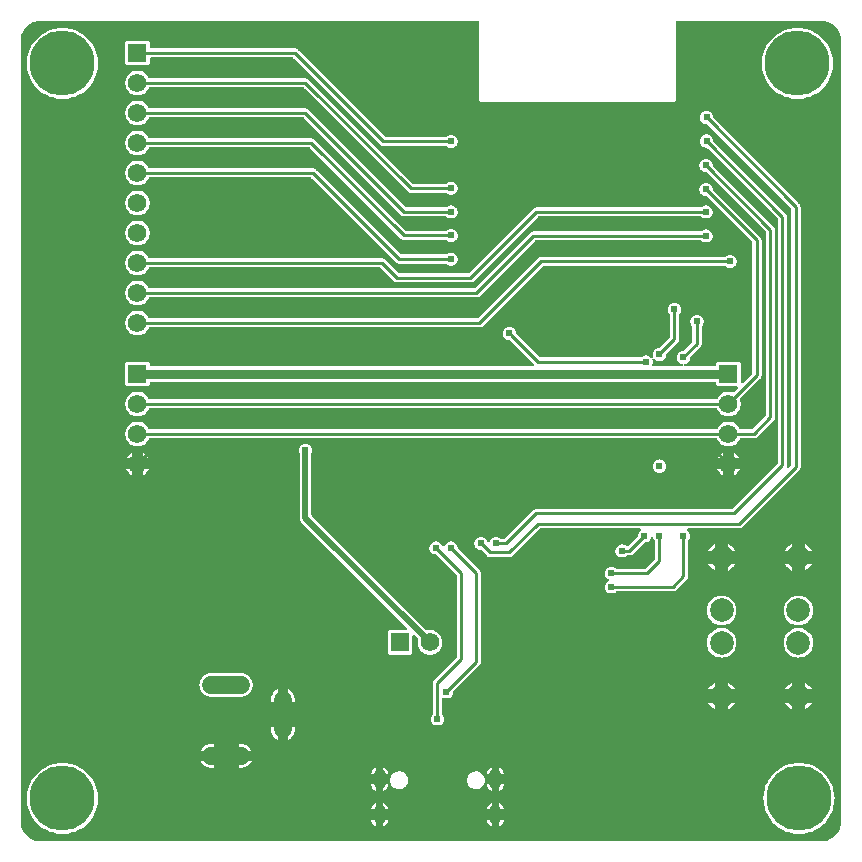
<source format=gbl>
G04 Layer: BottomLayer*
G04 EasyEDA v6.4.19.4, 2021-06-08T16:32:54+08:00*
G04 a09ed18009a84ab5a87bbd9c58a990bc,2444bf6f38dc4a26b464d521983d9d6f,10*
G04 Gerber Generator version 0.2*
G04 Scale: 100 percent, Rotated: No, Reflected: No *
G04 Dimensions in millimeters *
G04 leading zeros omitted , absolute positions ,4 integer and 5 decimal *
%FSLAX45Y45*%
%MOMM*%

%ADD10C,0.2540*%
%ADD11C,0.5000*%
%ADD12C,0.8000*%
%ADD13C,0.6000*%
%ADD14C,0.6096*%
%ADD35R,1.5748X1.5748*%
%ADD36C,1.5748*%
%ADD37C,5.5000*%
%ADD38C,2.0000*%
%ADD39C,1.0000*%
%ADD40C,1.5000*%

%LPD*%
G36*
X-1526336Y-3806951D02*
G01*
X-1544777Y-3805986D01*
X-1561693Y-3803446D01*
X-1578254Y-3799230D01*
X-1594358Y-3793439D01*
X-1609801Y-3786073D01*
X-1624431Y-3777234D01*
X-1638147Y-3767023D01*
X-1650796Y-3755491D01*
X-1662226Y-3742791D01*
X-1672386Y-3729024D01*
X-1681124Y-3714343D01*
X-1688439Y-3698849D01*
X-1694129Y-3682695D01*
X-1698243Y-3666134D01*
X-1700682Y-3649167D01*
X-1701546Y-3631742D01*
X-1701546Y2966567D01*
X-1700580Y2984957D01*
X-1698040Y3001873D01*
X-1693824Y3018485D01*
X-1688033Y3034538D01*
X-1680667Y3049981D01*
X-1671828Y3064662D01*
X-1661617Y3078378D01*
X-1650085Y3090976D01*
X-1637385Y3102457D01*
X-1623618Y3112617D01*
X-1608937Y3121355D01*
X-1593443Y3128619D01*
X-1577340Y3134309D01*
X-1560728Y3138424D01*
X-1543812Y3140913D01*
X-1526336Y3141726D01*
X2172512Y3141726D01*
X2176424Y3140964D01*
X2179726Y3138779D01*
X2181910Y3135477D01*
X2182672Y3131566D01*
X2182672Y2477109D01*
X2183485Y2470658D01*
X2185568Y2465222D01*
X2189073Y2460142D01*
X2192070Y2457094D01*
X2195626Y2454503D01*
X2201113Y2452014D01*
X2208479Y2450846D01*
X3822090Y2450846D01*
X3828542Y2451608D01*
X3833977Y2453690D01*
X3839057Y2457196D01*
X3842105Y2460244D01*
X3844696Y2463800D01*
X3847185Y2469286D01*
X3848354Y2476652D01*
X3848354Y3131566D01*
X3849115Y3135477D01*
X3851351Y3138728D01*
X3854602Y3140964D01*
X3858514Y3141726D01*
X5072075Y3141726D01*
X5090414Y3140811D01*
X5107279Y3138271D01*
X5123891Y3134055D01*
X5139944Y3128213D01*
X5155387Y3120898D01*
X5170068Y3112058D01*
X5183733Y3101797D01*
X5196382Y3090316D01*
X5207863Y3077565D01*
X5217972Y3063798D01*
X5226761Y3049117D01*
X5234025Y3033623D01*
X5239715Y3017520D01*
X5243830Y3000908D01*
X5246319Y2983992D01*
X5247132Y2966567D01*
X5247132Y-3631742D01*
X5246217Y-3650183D01*
X5243626Y-3667099D01*
X5239461Y-3683660D01*
X5233619Y-3699764D01*
X5226304Y-3715207D01*
X5217464Y-3729837D01*
X5207203Y-3743553D01*
X5195671Y-3756202D01*
X5182971Y-3767632D01*
X5169204Y-3777792D01*
X5154523Y-3786530D01*
X5139029Y-3793794D01*
X5122926Y-3799535D01*
X5106314Y-3803650D01*
X5089398Y-3806088D01*
X5071973Y-3806951D01*
G37*

%LPC*%
G36*
X4864709Y2480919D02*
G01*
X4888890Y2480919D01*
X4913020Y2482850D01*
X4936947Y2486710D01*
X4960467Y2492502D01*
X4983429Y2500172D01*
X5005679Y2509672D01*
X5027117Y2520950D01*
X5047589Y2533853D01*
X5066944Y2548432D01*
X5085080Y2564485D01*
X5101844Y2581910D01*
X5117134Y2600706D01*
X5130901Y2620619D01*
X5142992Y2641600D01*
X5153406Y2663444D01*
X5161991Y2686100D01*
X5168696Y2709367D01*
X5173573Y2733090D01*
X5176469Y2757119D01*
X5177434Y2781300D01*
X5176469Y2805480D01*
X5173573Y2829509D01*
X5168696Y2853232D01*
X5161991Y2876499D01*
X5153406Y2899156D01*
X5142992Y2921000D01*
X5130901Y2941980D01*
X5117134Y2961894D01*
X5101844Y2980639D01*
X5085080Y2998114D01*
X5066944Y3014167D01*
X5047589Y3028746D01*
X5027117Y3041650D01*
X5005679Y3052927D01*
X4983429Y3062427D01*
X4960467Y3070098D01*
X4936947Y3075889D01*
X4913020Y3079750D01*
X4888890Y3081680D01*
X4864709Y3081680D01*
X4840579Y3079750D01*
X4816652Y3075889D01*
X4793132Y3070098D01*
X4770170Y3062427D01*
X4747920Y3052927D01*
X4726482Y3041650D01*
X4706010Y3028746D01*
X4686655Y3014167D01*
X4668520Y2998114D01*
X4651756Y2980639D01*
X4636465Y2961894D01*
X4622698Y2941980D01*
X4610608Y2921000D01*
X4600194Y2899156D01*
X4591608Y2876499D01*
X4584903Y2853232D01*
X4580026Y2829509D01*
X4577130Y2805480D01*
X4576165Y2781300D01*
X4577130Y2757119D01*
X4580026Y2733090D01*
X4584903Y2709367D01*
X4591608Y2686100D01*
X4600194Y2663444D01*
X4610608Y2641600D01*
X4622698Y2620619D01*
X4636465Y2600706D01*
X4651756Y2581910D01*
X4668520Y2564485D01*
X4686655Y2548432D01*
X4706010Y2533853D01*
X4726482Y2520950D01*
X4747920Y2509672D01*
X4770170Y2500172D01*
X4793132Y2492502D01*
X4816652Y2486710D01*
X4840579Y2482850D01*
G37*
G36*
X1307947Y-3676396D02*
G01*
X1307947Y-3624173D01*
X1265682Y-3624173D01*
X1267053Y-3630117D01*
X1271168Y-3640632D01*
X1276807Y-3650386D01*
X1283868Y-3659225D01*
X1292148Y-3666947D01*
X1301496Y-3673297D01*
G37*
G36*
X1370634Y-3676396D02*
G01*
X1377086Y-3673297D01*
X1386433Y-3666947D01*
X1394714Y-3659225D01*
X1401775Y-3650386D01*
X1407414Y-3640632D01*
X1411579Y-3630117D01*
X1412900Y-3624173D01*
X1370634Y-3624173D01*
G37*
G36*
X2286965Y-3676396D02*
G01*
X2286965Y-3624173D01*
X2244699Y-3624173D01*
X2246020Y-3630117D01*
X2250186Y-3640632D01*
X2255824Y-3650386D01*
X2262886Y-3659225D01*
X2271166Y-3666947D01*
X2280513Y-3673297D01*
G37*
G36*
X2349652Y-3676396D02*
G01*
X2356104Y-3673297D01*
X2365451Y-3666947D01*
X2373731Y-3659225D01*
X2380792Y-3650386D01*
X2386431Y-3640632D01*
X2390546Y-3630117D01*
X2391918Y-3624173D01*
X2349652Y-3624173D01*
G37*
G36*
X1370634Y-3531463D02*
G01*
X1412900Y-3531463D01*
X1411579Y-3525520D01*
X1407414Y-3515004D01*
X1401775Y-3505200D01*
X1394714Y-3496360D01*
X1386433Y-3488690D01*
X1377086Y-3482289D01*
X1370634Y-3479190D01*
G37*
G36*
X2244699Y-3531463D02*
G01*
X2286965Y-3531463D01*
X2286965Y-3479190D01*
X2280513Y-3482289D01*
X2271166Y-3488690D01*
X2262886Y-3496360D01*
X2255824Y-3505200D01*
X2250186Y-3515004D01*
X2246020Y-3525520D01*
G37*
G36*
X2349652Y-3531463D02*
G01*
X2391918Y-3531463D01*
X2390546Y-3525520D01*
X2386431Y-3515004D01*
X2380792Y-3505200D01*
X2373731Y-3496360D01*
X2365451Y-3488690D01*
X2356104Y-3482289D01*
X2349652Y-3479190D01*
G37*
G36*
X1265682Y-3531463D02*
G01*
X1307947Y-3531463D01*
X1307947Y-3479190D01*
X1301496Y-3482289D01*
X1292148Y-3488690D01*
X1283868Y-3496360D01*
X1276807Y-3505200D01*
X1271168Y-3515004D01*
X1267053Y-3525520D01*
G37*
G36*
X2349652Y-3376422D02*
G01*
X2356104Y-3373272D01*
X2365451Y-3366922D01*
X2373731Y-3359251D01*
X2380792Y-3350412D01*
X2386431Y-3340608D01*
X2390546Y-3330092D01*
X2391918Y-3324148D01*
X2349652Y-3324148D01*
G37*
G36*
X1307947Y-3376422D02*
G01*
X1307947Y-3324148D01*
X1265682Y-3324148D01*
X1267053Y-3330092D01*
X1271168Y-3340608D01*
X1276807Y-3350412D01*
X1283868Y-3359251D01*
X1292148Y-3366922D01*
X1301496Y-3373272D01*
G37*
G36*
X1370634Y-3376422D02*
G01*
X1377086Y-3373272D01*
X1386433Y-3366922D01*
X1394714Y-3359251D01*
X1401775Y-3350412D01*
X1407414Y-3340608D01*
X1411579Y-3330092D01*
X1412900Y-3324148D01*
X1370634Y-3324148D01*
G37*
G36*
X2286965Y-3376422D02*
G01*
X2286965Y-3324148D01*
X2244699Y-3324148D01*
X2246020Y-3330092D01*
X2250186Y-3340608D01*
X2255824Y-3350412D01*
X2262886Y-3359251D01*
X2271166Y-3366922D01*
X2280513Y-3373272D01*
G37*
G36*
X1506728Y-3363366D02*
G01*
X1518208Y-3362045D01*
X1529384Y-3358997D01*
X1539951Y-3354222D01*
X1549654Y-3347923D01*
X1558290Y-3340252D01*
X1565656Y-3331311D01*
X1571599Y-3321354D01*
X1575917Y-3310636D01*
X1578559Y-3299358D01*
X1579422Y-3287826D01*
X1578559Y-3276244D01*
X1575917Y-3264966D01*
X1571599Y-3254248D01*
X1565656Y-3244291D01*
X1558290Y-3235350D01*
X1549654Y-3227679D01*
X1539951Y-3221380D01*
X1529384Y-3216605D01*
X1518208Y-3213557D01*
X1506728Y-3212236D01*
X1495145Y-3212693D01*
X1483766Y-3214878D01*
X1472895Y-3218789D01*
X1462684Y-3224326D01*
X1453489Y-3231337D01*
X1445463Y-3239668D01*
X1438808Y-3249168D01*
X1433677Y-3259531D01*
X1430172Y-3270554D01*
X1428394Y-3282035D01*
X1428394Y-3293567D01*
X1430172Y-3305048D01*
X1432052Y-3310940D01*
X1432458Y-3314293D01*
X1433322Y-3315360D01*
X1438808Y-3326434D01*
X1445463Y-3335934D01*
X1453489Y-3344265D01*
X1462684Y-3351276D01*
X1472895Y-3356813D01*
X1483766Y-3360724D01*
X1495145Y-3362909D01*
G37*
G36*
X2156714Y-3363366D02*
G01*
X2168194Y-3362045D01*
X2179370Y-3358997D01*
X2189937Y-3354222D01*
X2199640Y-3347923D01*
X2208326Y-3340252D01*
X2215692Y-3331311D01*
X2221585Y-3321354D01*
X2223922Y-3315563D01*
X2225548Y-3313226D01*
X2225649Y-3311651D01*
X2228545Y-3299307D01*
X2229459Y-3287826D01*
X2228545Y-3276244D01*
X2225903Y-3264966D01*
X2221585Y-3254248D01*
X2215692Y-3244291D01*
X2208326Y-3235350D01*
X2199640Y-3227679D01*
X2189937Y-3221380D01*
X2179370Y-3216605D01*
X2168194Y-3213557D01*
X2156714Y-3212236D01*
X2145131Y-3212693D01*
X2133803Y-3214878D01*
X2122881Y-3218789D01*
X2112721Y-3224326D01*
X2103526Y-3231337D01*
X2095500Y-3239668D01*
X2088794Y-3249168D01*
X2083663Y-3259531D01*
X2080158Y-3270554D01*
X2078431Y-3282035D01*
X2078431Y-3293567D01*
X2080158Y-3305048D01*
X2083663Y-3316071D01*
X2088794Y-3326434D01*
X2095500Y-3335934D01*
X2103526Y-3344265D01*
X2112721Y-3351276D01*
X2122881Y-3356813D01*
X2133803Y-3360724D01*
X2145131Y-3362909D01*
G37*
G36*
X1265682Y-3231438D02*
G01*
X1307947Y-3231438D01*
X1307947Y-3179216D01*
X1301496Y-3182315D01*
X1292148Y-3188665D01*
X1283868Y-3196386D01*
X1276807Y-3205175D01*
X1271168Y-3214979D01*
X1267053Y-3225495D01*
G37*
G36*
X1370634Y-3231438D02*
G01*
X1412900Y-3231438D01*
X1411579Y-3225495D01*
X1407414Y-3214979D01*
X1401775Y-3205175D01*
X1394714Y-3196386D01*
X1386433Y-3188665D01*
X1377086Y-3182315D01*
X1370634Y-3179216D01*
G37*
G36*
X2244699Y-3231438D02*
G01*
X2286965Y-3231438D01*
X2286965Y-3179216D01*
X2280513Y-3182315D01*
X2271166Y-3188665D01*
X2262886Y-3196386D01*
X2255824Y-3205175D01*
X2250186Y-3214979D01*
X2246020Y-3225495D01*
G37*
G36*
X2349652Y-3231438D02*
G01*
X2391918Y-3231438D01*
X2390546Y-3225495D01*
X2386431Y-3214979D01*
X2380792Y-3205175D01*
X2373731Y-3196386D01*
X2365451Y-3188665D01*
X2356104Y-3182315D01*
X2349652Y-3179216D01*
G37*
G36*
X-85242Y-3181959D02*
G01*
X-66954Y-3181959D01*
X-66954Y-3125165D01*
X-175920Y-3125165D01*
X-172770Y-3131616D01*
X-165455Y-3142538D01*
X-156768Y-3152444D01*
X-146862Y-3161131D01*
X-135890Y-3168446D01*
X-124104Y-3174288D01*
X-111658Y-3178505D01*
X-98755Y-3181096D01*
G37*
G36*
X145745Y-3181959D02*
G01*
X164084Y-3181959D01*
X177546Y-3181096D01*
X190449Y-3178505D01*
X202895Y-3174288D01*
X214731Y-3168446D01*
X225653Y-3161131D01*
X235559Y-3152444D01*
X244246Y-3142538D01*
X251561Y-3131616D01*
X254762Y-3125165D01*
X145745Y-3125165D01*
G37*
G36*
X-175920Y-3037433D02*
G01*
X-66954Y-3037433D01*
X-66954Y-2980639D01*
X-85242Y-2980639D01*
X-98755Y-2981553D01*
X-111658Y-2984093D01*
X-124104Y-2988310D01*
X-135890Y-2994152D01*
X-146862Y-3001467D01*
X-156768Y-3010154D01*
X-165455Y-3020060D01*
X-172770Y-3030982D01*
G37*
G36*
X145745Y-3037433D02*
G01*
X254762Y-3037433D01*
X251561Y-3030982D01*
X244246Y-3020060D01*
X235559Y-3010154D01*
X225653Y-3001467D01*
X214731Y-2994152D01*
X202895Y-2988310D01*
X190449Y-2984093D01*
X177546Y-2981553D01*
X164084Y-2980639D01*
X145745Y-2980639D01*
G37*
G36*
X475538Y-2946654D02*
G01*
X475538Y-2837637D01*
X418744Y-2837637D01*
X418744Y-2855976D01*
X419608Y-2869438D01*
X422198Y-2882341D01*
X426415Y-2894787D01*
X432257Y-2906623D01*
X439572Y-2917545D01*
X448259Y-2927451D01*
X458114Y-2936138D01*
X469087Y-2943453D01*
G37*
G36*
X563270Y-2946654D02*
G01*
X569722Y-2943453D01*
X580644Y-2936138D01*
X590550Y-2927451D01*
X599236Y-2917545D01*
X606552Y-2906623D01*
X612394Y-2894787D01*
X616610Y-2882341D01*
X619150Y-2869438D01*
X620064Y-2855976D01*
X620064Y-2837637D01*
X563270Y-2837637D01*
G37*
G36*
X1828800Y-2824683D02*
G01*
X1838553Y-2823819D01*
X1848002Y-2821330D01*
X1856841Y-2817164D01*
X1864868Y-2811576D01*
X1871776Y-2804668D01*
X1877364Y-2796641D01*
X1881530Y-2787802D01*
X1884019Y-2778353D01*
X1884883Y-2768600D01*
X1884019Y-2758846D01*
X1881530Y-2749397D01*
X1877364Y-2740558D01*
X1871776Y-2732532D01*
X1870151Y-2730906D01*
X1867916Y-2727604D01*
X1867154Y-2723692D01*
X1867154Y-2599944D01*
X1867966Y-2595981D01*
X1870252Y-2592628D01*
X1873656Y-2590495D01*
X1877669Y-2589784D01*
X1881632Y-2590749D01*
X1885797Y-2592730D01*
X1895246Y-2595219D01*
X1905000Y-2596083D01*
X1914753Y-2595219D01*
X1924202Y-2592730D01*
X1933041Y-2588564D01*
X1941068Y-2582976D01*
X1947976Y-2576068D01*
X1953564Y-2568041D01*
X1957730Y-2559202D01*
X1960219Y-2549753D01*
X1960930Y-2541676D01*
X1961845Y-2538222D01*
X1963877Y-2535377D01*
X2185771Y-2313482D01*
X2190851Y-2307285D01*
X2194407Y-2300681D01*
X2196592Y-2293467D01*
X2197354Y-2285492D01*
X2197354Y-1537208D01*
X2196592Y-1529232D01*
X2194407Y-1522018D01*
X2190851Y-1515414D01*
X2185771Y-1509217D01*
X2001977Y-1325422D01*
X1999945Y-1322578D01*
X1999030Y-1319123D01*
X1998319Y-1311046D01*
X1995830Y-1301597D01*
X1991664Y-1292758D01*
X1986076Y-1284732D01*
X1979168Y-1277823D01*
X1971141Y-1272235D01*
X1962302Y-1268069D01*
X1952853Y-1265580D01*
X1943100Y-1264716D01*
X1933346Y-1265580D01*
X1923897Y-1268069D01*
X1915058Y-1272235D01*
X1907032Y-1277823D01*
X1900123Y-1284732D01*
X1894535Y-1292758D01*
X1890369Y-1301597D01*
X1889404Y-1305255D01*
X1887372Y-1309166D01*
X1883918Y-1311808D01*
X1879600Y-1312773D01*
X1875282Y-1311808D01*
X1871827Y-1309166D01*
X1869795Y-1305255D01*
X1868830Y-1301597D01*
X1864664Y-1292758D01*
X1859076Y-1284732D01*
X1852168Y-1277823D01*
X1844141Y-1272235D01*
X1835302Y-1268069D01*
X1825853Y-1265580D01*
X1816100Y-1264716D01*
X1806346Y-1265580D01*
X1796897Y-1268069D01*
X1788058Y-1272235D01*
X1780032Y-1277823D01*
X1773123Y-1284732D01*
X1767535Y-1292758D01*
X1763369Y-1301597D01*
X1760880Y-1311046D01*
X1760016Y-1320800D01*
X1760880Y-1330553D01*
X1763369Y-1340002D01*
X1767535Y-1348841D01*
X1773123Y-1356868D01*
X1780032Y-1363776D01*
X1788058Y-1369364D01*
X1796897Y-1373530D01*
X1806346Y-1376019D01*
X1814423Y-1376730D01*
X1817878Y-1377645D01*
X1820722Y-1379677D01*
X1990648Y-1549603D01*
X1992884Y-1552905D01*
X1993646Y-1556816D01*
X1993646Y-2240483D01*
X1992884Y-2244394D01*
X1990648Y-2247696D01*
X1802028Y-2436317D01*
X1796948Y-2442514D01*
X1793392Y-2449118D01*
X1791207Y-2456332D01*
X1790446Y-2464308D01*
X1790446Y-2723692D01*
X1789684Y-2727604D01*
X1787448Y-2730906D01*
X1785823Y-2732532D01*
X1780235Y-2740558D01*
X1776069Y-2749397D01*
X1773580Y-2758846D01*
X1772716Y-2768600D01*
X1773580Y-2778353D01*
X1776069Y-2787802D01*
X1780235Y-2796641D01*
X1785823Y-2804668D01*
X1792732Y-2811576D01*
X1800758Y-2817164D01*
X1809597Y-2821330D01*
X1819046Y-2823819D01*
G37*
G36*
X4290669Y-2686659D02*
G01*
X4292701Y-2685745D01*
X4305655Y-2677871D01*
X4317593Y-2668524D01*
X4328363Y-2657805D01*
X4337710Y-2645867D01*
X4345533Y-2632862D01*
X4346448Y-2630830D01*
X4290669Y-2630830D01*
G37*
G36*
X4940655Y-2686659D02*
G01*
X4942687Y-2685745D01*
X4955641Y-2677871D01*
X4967579Y-2668524D01*
X4978349Y-2657805D01*
X4987696Y-2645867D01*
X4995519Y-2632862D01*
X4996434Y-2630830D01*
X4940655Y-2630830D01*
G37*
G36*
X4827930Y-2686659D02*
G01*
X4827930Y-2630830D01*
X4772152Y-2630830D01*
X4773066Y-2632862D01*
X4780889Y-2645867D01*
X4790236Y-2657805D01*
X4801006Y-2668524D01*
X4812944Y-2677871D01*
X4825898Y-2685745D01*
G37*
G36*
X4177944Y-2686659D02*
G01*
X4177944Y-2630830D01*
X4122165Y-2630830D01*
X4123080Y-2632862D01*
X4130903Y-2645867D01*
X4140250Y-2657805D01*
X4151020Y-2668524D01*
X4162958Y-2677871D01*
X4175912Y-2685745D01*
G37*
G36*
X563270Y-2624937D02*
G01*
X620064Y-2624937D01*
X620064Y-2606649D01*
X619150Y-2593187D01*
X616610Y-2580233D01*
X612394Y-2567787D01*
X606552Y-2556002D01*
X599236Y-2545029D01*
X590550Y-2535123D01*
X580644Y-2526487D01*
X569722Y-2519172D01*
X563270Y-2515971D01*
G37*
G36*
X418744Y-2624937D02*
G01*
X475538Y-2624937D01*
X475538Y-2515971D01*
X469087Y-2519172D01*
X458114Y-2526487D01*
X448259Y-2535123D01*
X439572Y-2545029D01*
X432257Y-2556002D01*
X426415Y-2567787D01*
X422198Y-2580233D01*
X419608Y-2593187D01*
X418744Y-2606649D01*
G37*
G36*
X-85242Y-2581960D02*
G01*
X164084Y-2581960D01*
X177546Y-2581097D01*
X190449Y-2578506D01*
X202895Y-2574290D01*
X214731Y-2568448D01*
X225653Y-2561132D01*
X235559Y-2552446D01*
X244246Y-2542540D01*
X251561Y-2531618D01*
X257352Y-2519832D01*
X261620Y-2507335D01*
X264160Y-2494432D01*
X265023Y-2481326D01*
X264160Y-2468168D01*
X261620Y-2455265D01*
X257352Y-2442768D01*
X251561Y-2430983D01*
X244246Y-2420061D01*
X235559Y-2410155D01*
X225653Y-2401468D01*
X214731Y-2394153D01*
X202895Y-2388311D01*
X190449Y-2384094D01*
X177546Y-2381554D01*
X164084Y-2380640D01*
X-85242Y-2380640D01*
X-98755Y-2381554D01*
X-111658Y-2384094D01*
X-124104Y-2388311D01*
X-135890Y-2394153D01*
X-146862Y-2401468D01*
X-156768Y-2410155D01*
X-165455Y-2420061D01*
X-172770Y-2430983D01*
X-178562Y-2442768D01*
X-182778Y-2455265D01*
X-185369Y-2468168D01*
X-186232Y-2481326D01*
X-185369Y-2494432D01*
X-182778Y-2507335D01*
X-178562Y-2519832D01*
X-172770Y-2531618D01*
X-165455Y-2542540D01*
X-156768Y-2552446D01*
X-146862Y-2561132D01*
X-135890Y-2568448D01*
X-124104Y-2574290D01*
X-111658Y-2578506D01*
X-98755Y-2581097D01*
G37*
G36*
X4772152Y-2518156D02*
G01*
X4827930Y-2518156D01*
X4827930Y-2462326D01*
X4825898Y-2463241D01*
X4812944Y-2471115D01*
X4801006Y-2480462D01*
X4790236Y-2491181D01*
X4780889Y-2503119D01*
X4773066Y-2516124D01*
G37*
G36*
X4122165Y-2518156D02*
G01*
X4177944Y-2518156D01*
X4177944Y-2462326D01*
X4175912Y-2463241D01*
X4162958Y-2471115D01*
X4151020Y-2480462D01*
X4140250Y-2491181D01*
X4130903Y-2503119D01*
X4123080Y-2516124D01*
G37*
G36*
X4290669Y-2518156D02*
G01*
X4346448Y-2518156D01*
X4345533Y-2516124D01*
X4337710Y-2503119D01*
X4328363Y-2491181D01*
X4317593Y-2480462D01*
X4305655Y-2471115D01*
X4292701Y-2463241D01*
X4290669Y-2462326D01*
G37*
G36*
X4940655Y-2518156D02*
G01*
X4996434Y-2518156D01*
X4995519Y-2516124D01*
X4987696Y-2503119D01*
X4978349Y-2491181D01*
X4967579Y-2480462D01*
X4955641Y-2471115D01*
X4942687Y-2463241D01*
X4940655Y-2462326D01*
G37*
G36*
X4877409Y-3742080D02*
G01*
X4901590Y-3742080D01*
X4925720Y-3740150D01*
X4949647Y-3736289D01*
X4973167Y-3730498D01*
X4996129Y-3722827D01*
X5018379Y-3713327D01*
X5039817Y-3702050D01*
X5060289Y-3689146D01*
X5079644Y-3674567D01*
X5097780Y-3658514D01*
X5114544Y-3641090D01*
X5129834Y-3622294D01*
X5143601Y-3602380D01*
X5155692Y-3581400D01*
X5166106Y-3559556D01*
X5174691Y-3536899D01*
X5181396Y-3513632D01*
X5186273Y-3489909D01*
X5189169Y-3465880D01*
X5190134Y-3441700D01*
X5189169Y-3417519D01*
X5186273Y-3393490D01*
X5181396Y-3369767D01*
X5174691Y-3346500D01*
X5166106Y-3323844D01*
X5155692Y-3302000D01*
X5143601Y-3281019D01*
X5129834Y-3261106D01*
X5114544Y-3242360D01*
X5097780Y-3224885D01*
X5079644Y-3208832D01*
X5060289Y-3194253D01*
X5039817Y-3181350D01*
X5018379Y-3170072D01*
X4996129Y-3160572D01*
X4973167Y-3152902D01*
X4949647Y-3147110D01*
X4925720Y-3143250D01*
X4901590Y-3141319D01*
X4877409Y-3141319D01*
X4853279Y-3143250D01*
X4829352Y-3147110D01*
X4805832Y-3152902D01*
X4782870Y-3160572D01*
X4760620Y-3170072D01*
X4739182Y-3181350D01*
X4718710Y-3194253D01*
X4699355Y-3208832D01*
X4681220Y-3224885D01*
X4664456Y-3242360D01*
X4649165Y-3261106D01*
X4635398Y-3281019D01*
X4623308Y-3302000D01*
X4612894Y-3323844D01*
X4604308Y-3346500D01*
X4597603Y-3369767D01*
X4592726Y-3393490D01*
X4589830Y-3417519D01*
X4588865Y-3441700D01*
X4589830Y-3465880D01*
X4592726Y-3489909D01*
X4597603Y-3513632D01*
X4604308Y-3536899D01*
X4612894Y-3559556D01*
X4623308Y-3581400D01*
X4635398Y-3602380D01*
X4649165Y-3622294D01*
X4664456Y-3641090D01*
X4681220Y-3658514D01*
X4699355Y-3674567D01*
X4718710Y-3689146D01*
X4739182Y-3702050D01*
X4760620Y-3713327D01*
X4782870Y-3722827D01*
X4805832Y-3730498D01*
X4829352Y-3736289D01*
X4853279Y-3740150D01*
G37*
G36*
X4234332Y-2250135D02*
G01*
X4249470Y-2249220D01*
X4264355Y-2246477D01*
X4278833Y-2241956D01*
X4292701Y-2235758D01*
X4305655Y-2227884D01*
X4317593Y-2218537D01*
X4328363Y-2207818D01*
X4337710Y-2195880D01*
X4345533Y-2182876D01*
X4351782Y-2169058D01*
X4356303Y-2154580D01*
X4359046Y-2139645D01*
X4359960Y-2124506D01*
X4359046Y-2109368D01*
X4356303Y-2094433D01*
X4351782Y-2079955D01*
X4345533Y-2066137D01*
X4337710Y-2053132D01*
X4328363Y-2041194D01*
X4317593Y-2030475D01*
X4305655Y-2021128D01*
X4292701Y-2013254D01*
X4278833Y-2007057D01*
X4264355Y-2002536D01*
X4249470Y-1999792D01*
X4234332Y-1998878D01*
X4219143Y-1999792D01*
X4204258Y-2002536D01*
X4189780Y-2007057D01*
X4175912Y-2013254D01*
X4162958Y-2021128D01*
X4151020Y-2030475D01*
X4140250Y-2041194D01*
X4130903Y-2053132D01*
X4123080Y-2066137D01*
X4116832Y-2079955D01*
X4112310Y-2094433D01*
X4109567Y-2109368D01*
X4108653Y-2124506D01*
X4109567Y-2139645D01*
X4112310Y-2154580D01*
X4116832Y-2169058D01*
X4123080Y-2182876D01*
X4130903Y-2195880D01*
X4140250Y-2207818D01*
X4151020Y-2218537D01*
X4162958Y-2227884D01*
X4175912Y-2235758D01*
X4189780Y-2241956D01*
X4204258Y-2246477D01*
X4219143Y-2249220D01*
G37*
G36*
X1433118Y-2225294D02*
G01*
X1589481Y-2225294D01*
X1595729Y-2224582D01*
X1601165Y-2222703D01*
X1605991Y-2219655D01*
X1610055Y-2215591D01*
X1613103Y-2210765D01*
X1614982Y-2205329D01*
X1615694Y-2199081D01*
X1615694Y-2067458D01*
X1616456Y-2063546D01*
X1618691Y-2060295D01*
X1621942Y-2058060D01*
X1625854Y-2057298D01*
X1629765Y-2058060D01*
X1633016Y-2060295D01*
X1661007Y-2088235D01*
X1662938Y-2090928D01*
X1663903Y-2094077D01*
X1663801Y-2097430D01*
X1661820Y-2107285D01*
X1660906Y-2120900D01*
X1661820Y-2134514D01*
X1664462Y-2147925D01*
X1668881Y-2160828D01*
X1674926Y-2173071D01*
X1682496Y-2184450D01*
X1691487Y-2194712D01*
X1701749Y-2203704D01*
X1713128Y-2211273D01*
X1725371Y-2217318D01*
X1738274Y-2221738D01*
X1751685Y-2224379D01*
X1765300Y-2225294D01*
X1778914Y-2224379D01*
X1792325Y-2221738D01*
X1805228Y-2217318D01*
X1817471Y-2211273D01*
X1828850Y-2203704D01*
X1839112Y-2194712D01*
X1848104Y-2184450D01*
X1855673Y-2173071D01*
X1861718Y-2160828D01*
X1866138Y-2147925D01*
X1868779Y-2134514D01*
X1869693Y-2120900D01*
X1868779Y-2107285D01*
X1866138Y-2093874D01*
X1861718Y-2080971D01*
X1855673Y-2068728D01*
X1848104Y-2057349D01*
X1839112Y-2047087D01*
X1828850Y-2038096D01*
X1817471Y-2030526D01*
X1805228Y-2024481D01*
X1792325Y-2020062D01*
X1778914Y-2017420D01*
X1765300Y-2016506D01*
X1751685Y-2017420D01*
X1741830Y-2019401D01*
X1738477Y-2019503D01*
X1735328Y-2018538D01*
X1732635Y-2016607D01*
X764844Y-1048816D01*
X762609Y-1045514D01*
X761847Y-1041603D01*
X761847Y-521157D01*
X762812Y-516839D01*
X763930Y-514502D01*
X766419Y-505053D01*
X767283Y-495300D01*
X766419Y-485546D01*
X763930Y-476097D01*
X759764Y-467258D01*
X754176Y-459232D01*
X747268Y-452323D01*
X739241Y-446735D01*
X730402Y-442569D01*
X720953Y-440080D01*
X711200Y-439216D01*
X701446Y-440080D01*
X691997Y-442569D01*
X683158Y-446735D01*
X675132Y-452323D01*
X668223Y-459232D01*
X662635Y-467258D01*
X658469Y-476097D01*
X655980Y-485546D01*
X655116Y-495300D01*
X655980Y-505053D01*
X658469Y-514502D01*
X659587Y-516839D01*
X660552Y-521157D01*
X660552Y-1066596D01*
X660755Y-1071219D01*
X661314Y-1075588D01*
X662279Y-1079906D01*
X663600Y-1084122D01*
X665276Y-1088186D01*
X667359Y-1092098D01*
X669696Y-1095857D01*
X672388Y-1099362D01*
X675538Y-1102766D01*
X1571904Y-1999183D01*
X1574139Y-2002434D01*
X1574901Y-2006346D01*
X1574139Y-2010257D01*
X1571904Y-2013508D01*
X1568653Y-2015743D01*
X1564741Y-2016506D01*
X1433118Y-2016506D01*
X1426870Y-2017217D01*
X1421434Y-2019096D01*
X1416608Y-2022144D01*
X1412544Y-2026208D01*
X1409496Y-2031034D01*
X1407617Y-2036470D01*
X1406906Y-2042718D01*
X1406906Y-2199081D01*
X1407617Y-2205329D01*
X1409496Y-2210765D01*
X1412544Y-2215591D01*
X1416608Y-2219655D01*
X1421434Y-2222703D01*
X1426870Y-2224582D01*
G37*
G36*
X4234332Y-1976221D02*
G01*
X4249470Y-1975307D01*
X4264355Y-1972564D01*
X4278833Y-1968042D01*
X4292701Y-1961845D01*
X4305655Y-1953971D01*
X4317593Y-1944624D01*
X4328363Y-1933905D01*
X4337710Y-1921967D01*
X4345533Y-1908962D01*
X4351782Y-1895144D01*
X4356303Y-1880666D01*
X4359046Y-1865731D01*
X4359960Y-1850593D01*
X4359046Y-1835454D01*
X4356303Y-1820519D01*
X4351782Y-1806041D01*
X4345533Y-1792224D01*
X4337710Y-1779219D01*
X4328363Y-1767281D01*
X4317593Y-1756562D01*
X4305655Y-1747215D01*
X4292701Y-1739341D01*
X4278833Y-1733143D01*
X4264355Y-1728622D01*
X4249470Y-1725879D01*
X4234332Y-1724964D01*
X4219143Y-1725879D01*
X4204258Y-1728622D01*
X4189780Y-1733143D01*
X4175912Y-1739341D01*
X4162958Y-1747215D01*
X4151020Y-1756562D01*
X4140250Y-1767281D01*
X4130903Y-1779219D01*
X4123080Y-1792224D01*
X4116832Y-1806041D01*
X4112310Y-1820519D01*
X4109567Y-1835454D01*
X4108653Y-1850593D01*
X4109567Y-1865731D01*
X4112310Y-1880666D01*
X4116832Y-1895144D01*
X4123080Y-1908962D01*
X4130903Y-1921967D01*
X4140250Y-1933905D01*
X4151020Y-1944624D01*
X4162958Y-1953971D01*
X4175912Y-1961845D01*
X4189780Y-1968042D01*
X4204258Y-1972564D01*
X4219143Y-1975307D01*
G37*
G36*
X4884318Y-1976221D02*
G01*
X4899456Y-1975307D01*
X4914341Y-1972564D01*
X4928819Y-1968042D01*
X4942687Y-1961845D01*
X4955641Y-1953971D01*
X4967579Y-1944624D01*
X4978349Y-1933905D01*
X4987696Y-1921967D01*
X4995519Y-1908962D01*
X5001768Y-1895144D01*
X5006289Y-1880666D01*
X5009032Y-1865731D01*
X5009946Y-1850593D01*
X5009032Y-1835454D01*
X5006289Y-1820519D01*
X5001768Y-1806041D01*
X4995519Y-1792224D01*
X4987696Y-1779219D01*
X4978349Y-1767281D01*
X4967579Y-1756562D01*
X4955641Y-1747215D01*
X4942687Y-1739341D01*
X4928819Y-1733143D01*
X4914341Y-1728622D01*
X4899456Y-1725879D01*
X4884318Y-1724964D01*
X4869129Y-1725879D01*
X4854244Y-1728622D01*
X4839766Y-1733143D01*
X4825898Y-1739341D01*
X4812944Y-1747215D01*
X4801006Y-1756562D01*
X4790236Y-1767281D01*
X4780889Y-1779219D01*
X4773066Y-1792224D01*
X4766818Y-1806041D01*
X4762296Y-1820519D01*
X4759553Y-1835454D01*
X4758639Y-1850593D01*
X4759553Y-1865731D01*
X4762296Y-1880666D01*
X4766818Y-1895144D01*
X4773066Y-1908962D01*
X4780889Y-1921967D01*
X4790236Y-1933905D01*
X4801006Y-1944624D01*
X4812944Y-1953971D01*
X4825898Y-1961845D01*
X4839766Y-1968042D01*
X4854244Y-1972564D01*
X4869129Y-1975307D01*
G37*
G36*
X3302000Y-1707083D02*
G01*
X3311753Y-1706219D01*
X3321202Y-1703730D01*
X3330041Y-1699564D01*
X3338068Y-1693976D01*
X3339693Y-1692351D01*
X3342995Y-1690116D01*
X3346907Y-1689354D01*
X3822192Y-1689354D01*
X3830167Y-1688592D01*
X3837381Y-1686407D01*
X3843985Y-1682851D01*
X3850182Y-1677771D01*
X3938371Y-1589582D01*
X3943451Y-1583385D01*
X3947007Y-1576781D01*
X3949192Y-1569567D01*
X3949954Y-1561592D01*
X3949954Y-1264107D01*
X3950715Y-1260195D01*
X3952951Y-1256893D01*
X3954576Y-1255268D01*
X3960164Y-1247241D01*
X3964330Y-1238402D01*
X3966819Y-1228953D01*
X3967683Y-1219200D01*
X3966819Y-1209446D01*
X3964330Y-1199997D01*
X3960164Y-1191158D01*
X3954576Y-1183132D01*
X3947668Y-1176223D01*
X3945077Y-1174445D01*
X3942181Y-1171346D01*
X3940810Y-1167282D01*
X3941216Y-1163066D01*
X3943350Y-1159357D01*
X3946753Y-1156868D01*
X3950919Y-1155954D01*
X4380992Y-1155954D01*
X4388967Y-1155192D01*
X4396181Y-1153007D01*
X4402785Y-1149451D01*
X4408982Y-1144371D01*
X4890871Y-662482D01*
X4895951Y-656285D01*
X4899507Y-649681D01*
X4901692Y-642467D01*
X4902454Y-634492D01*
X4902454Y1566418D01*
X4901692Y1574393D01*
X4899507Y1581607D01*
X4895951Y1588211D01*
X4890871Y1594408D01*
X4165650Y2319375D01*
X4163618Y2322271D01*
X4162704Y2325674D01*
X4161942Y2333955D01*
X4159453Y2343404D01*
X4155287Y2352294D01*
X4149699Y2360269D01*
X4142790Y2367178D01*
X4134764Y2372817D01*
X4125925Y2376932D01*
X4116476Y2379472D01*
X4106722Y2380335D01*
X4096969Y2379472D01*
X4087520Y2376932D01*
X4078681Y2372817D01*
X4070654Y2367178D01*
X4063746Y2360269D01*
X4058158Y2352294D01*
X4053992Y2343404D01*
X4051503Y2333955D01*
X4050639Y2324201D01*
X4051503Y2314498D01*
X4053992Y2305050D01*
X4058158Y2296160D01*
X4063746Y2288184D01*
X4070654Y2281275D01*
X4078681Y2275636D01*
X4087520Y2271522D01*
X4096969Y2268982D01*
X4104894Y2268270D01*
X4108297Y2267356D01*
X4111193Y2265375D01*
X4822748Y1554022D01*
X4824984Y1550720D01*
X4825746Y1546809D01*
X4825746Y-614883D01*
X4824984Y-618794D01*
X4822748Y-622096D01*
X4804003Y-640892D01*
X4800244Y-643280D01*
X4795824Y-643788D01*
X4791557Y-642416D01*
X4788357Y-639318D01*
X4786731Y-635203D01*
X4788154Y-621792D01*
X4788154Y1480820D01*
X4787392Y1488795D01*
X4785207Y1496009D01*
X4781651Y1502613D01*
X4776571Y1508810D01*
X4165600Y2119731D01*
X4163568Y2122627D01*
X4162653Y2126030D01*
X4161942Y2134209D01*
X4159453Y2143658D01*
X4155287Y2152497D01*
X4149699Y2160524D01*
X4142790Y2167432D01*
X4134764Y2173020D01*
X4125925Y2177186D01*
X4116476Y2179675D01*
X4106722Y2180539D01*
X4096969Y2179675D01*
X4087520Y2177186D01*
X4078681Y2173020D01*
X4070654Y2167432D01*
X4063746Y2160524D01*
X4058158Y2152497D01*
X4053992Y2143658D01*
X4051503Y2134209D01*
X4050639Y2124456D01*
X4051503Y2114702D01*
X4053992Y2105253D01*
X4058158Y2096414D01*
X4063746Y2088388D01*
X4070654Y2081479D01*
X4078681Y2075891D01*
X4087520Y2071725D01*
X4096969Y2069236D01*
X4104995Y2068525D01*
X4108399Y2067610D01*
X4111294Y2065578D01*
X4708448Y1468424D01*
X4710684Y1465122D01*
X4711446Y1461211D01*
X4711446Y-602183D01*
X4710684Y-606094D01*
X4708448Y-609396D01*
X4330496Y-987348D01*
X4327194Y-989584D01*
X4323283Y-990346D01*
X2667508Y-990346D01*
X2659532Y-991108D01*
X2652318Y-993292D01*
X2645714Y-996848D01*
X2639517Y-1001928D01*
X2400096Y-1241348D01*
X2396794Y-1243584D01*
X2392883Y-1244346D01*
X2369007Y-1244346D01*
X2365095Y-1243584D01*
X2361793Y-1241348D01*
X2360168Y-1239723D01*
X2352141Y-1234135D01*
X2343302Y-1229969D01*
X2333853Y-1227480D01*
X2324100Y-1226616D01*
X2314346Y-1227480D01*
X2304897Y-1229969D01*
X2296058Y-1234135D01*
X2288032Y-1239723D01*
X2281123Y-1246632D01*
X2275535Y-1254658D01*
X2271369Y-1263497D01*
X2270404Y-1267155D01*
X2268372Y-1271066D01*
X2264918Y-1273708D01*
X2260600Y-1274673D01*
X2256282Y-1273708D01*
X2252827Y-1271066D01*
X2250795Y-1267155D01*
X2249830Y-1263497D01*
X2245664Y-1254658D01*
X2240076Y-1246632D01*
X2233168Y-1239723D01*
X2225141Y-1234135D01*
X2216302Y-1229969D01*
X2206853Y-1227480D01*
X2197100Y-1226616D01*
X2187346Y-1227480D01*
X2177897Y-1229969D01*
X2169058Y-1234135D01*
X2161032Y-1239723D01*
X2154123Y-1246632D01*
X2148535Y-1254658D01*
X2144369Y-1263497D01*
X2141880Y-1272946D01*
X2141016Y-1282700D01*
X2141880Y-1292453D01*
X2144369Y-1301902D01*
X2148535Y-1310741D01*
X2154123Y-1318768D01*
X2161032Y-1325676D01*
X2169058Y-1331264D01*
X2177897Y-1335430D01*
X2187346Y-1337919D01*
X2195423Y-1338630D01*
X2198878Y-1339545D01*
X2201722Y-1341577D01*
X2245817Y-1385671D01*
X2252014Y-1390751D01*
X2258618Y-1394307D01*
X2265832Y-1396492D01*
X2273808Y-1397254D01*
X2437892Y-1397254D01*
X2445867Y-1396492D01*
X2453081Y-1394307D01*
X2459685Y-1390751D01*
X2465882Y-1385671D01*
X2692603Y-1158951D01*
X2695905Y-1156716D01*
X2699816Y-1155954D01*
X3542080Y-1155954D01*
X3546246Y-1156868D01*
X3549650Y-1159357D01*
X3551783Y-1163066D01*
X3552190Y-1167282D01*
X3550818Y-1171346D01*
X3547922Y-1174445D01*
X3545332Y-1176223D01*
X3538423Y-1183132D01*
X3532835Y-1191158D01*
X3528669Y-1199997D01*
X3526180Y-1209446D01*
X3525469Y-1217523D01*
X3524554Y-1220978D01*
X3522522Y-1223822D01*
X3442208Y-1304137D01*
X3438956Y-1306322D01*
X3435045Y-1307084D01*
X3431133Y-1306322D01*
X3418941Y-1297635D01*
X3410102Y-1293469D01*
X3400653Y-1290980D01*
X3390900Y-1290116D01*
X3381146Y-1290980D01*
X3371697Y-1293469D01*
X3362858Y-1297635D01*
X3354832Y-1303223D01*
X3347923Y-1310132D01*
X3342335Y-1318158D01*
X3338169Y-1326997D01*
X3335680Y-1336446D01*
X3334816Y-1346200D01*
X3335680Y-1355953D01*
X3338169Y-1365402D01*
X3342335Y-1374241D01*
X3347923Y-1382268D01*
X3354832Y-1389176D01*
X3362858Y-1394764D01*
X3371697Y-1398930D01*
X3381146Y-1401419D01*
X3390900Y-1402283D01*
X3400653Y-1401419D01*
X3410102Y-1398930D01*
X3418941Y-1394764D01*
X3426968Y-1389176D01*
X3428593Y-1387551D01*
X3431895Y-1385316D01*
X3435807Y-1384554D01*
X3453892Y-1384554D01*
X3461867Y-1383792D01*
X3469081Y-1381607D01*
X3475685Y-1378051D01*
X3481882Y-1372971D01*
X3576777Y-1278077D01*
X3579622Y-1276045D01*
X3583076Y-1275130D01*
X3591153Y-1274419D01*
X3600602Y-1271930D01*
X3609441Y-1267764D01*
X3617468Y-1262176D01*
X3624376Y-1255268D01*
X3629964Y-1247241D01*
X3634130Y-1238402D01*
X3635095Y-1234744D01*
X3637127Y-1230833D01*
X3640582Y-1228191D01*
X3644900Y-1227226D01*
X3649218Y-1228191D01*
X3652672Y-1230833D01*
X3654704Y-1234744D01*
X3655669Y-1238402D01*
X3659835Y-1247241D01*
X3665423Y-1255268D01*
X3667048Y-1256893D01*
X3669284Y-1260195D01*
X3670046Y-1264107D01*
X3670046Y-1414983D01*
X3669284Y-1418894D01*
X3667048Y-1422196D01*
X3593896Y-1495348D01*
X3590594Y-1497584D01*
X3586683Y-1498346D01*
X3346907Y-1498346D01*
X3342995Y-1497584D01*
X3339693Y-1495348D01*
X3338068Y-1493723D01*
X3330041Y-1488135D01*
X3321202Y-1483969D01*
X3311753Y-1481480D01*
X3302000Y-1480616D01*
X3292246Y-1481480D01*
X3282797Y-1483969D01*
X3273958Y-1488135D01*
X3265932Y-1493723D01*
X3259023Y-1500632D01*
X3253435Y-1508658D01*
X3249269Y-1517497D01*
X3246780Y-1526946D01*
X3245916Y-1536700D01*
X3246780Y-1546453D01*
X3249269Y-1555902D01*
X3253435Y-1564741D01*
X3259023Y-1572768D01*
X3265932Y-1579676D01*
X3274314Y-1585518D01*
X3277006Y-1588312D01*
X3278428Y-1591919D01*
X3278428Y-1595780D01*
X3277006Y-1599387D01*
X3274314Y-1602181D01*
X3265932Y-1608023D01*
X3259023Y-1614932D01*
X3253435Y-1622958D01*
X3249269Y-1631797D01*
X3246780Y-1641246D01*
X3245916Y-1651000D01*
X3246780Y-1660753D01*
X3249269Y-1670202D01*
X3253435Y-1679041D01*
X3259023Y-1687068D01*
X3265932Y-1693976D01*
X3273958Y-1699564D01*
X3282797Y-1703730D01*
X3292246Y-1706219D01*
G37*
G36*
X4290669Y-1512773D02*
G01*
X4292701Y-1511858D01*
X4305655Y-1503984D01*
X4317593Y-1494637D01*
X4328363Y-1483918D01*
X4337710Y-1471980D01*
X4345533Y-1458976D01*
X4346448Y-1456944D01*
X4290669Y-1456944D01*
G37*
G36*
X4940655Y-1512773D02*
G01*
X4942687Y-1511858D01*
X4955641Y-1503984D01*
X4967579Y-1494637D01*
X4978349Y-1483918D01*
X4987696Y-1471980D01*
X4995519Y-1458976D01*
X4996434Y-1456944D01*
X4940655Y-1456944D01*
G37*
G36*
X4177944Y-1512773D02*
G01*
X4177944Y-1456944D01*
X4122165Y-1456944D01*
X4123080Y-1458976D01*
X4130903Y-1471980D01*
X4140250Y-1483918D01*
X4151020Y-1494637D01*
X4162958Y-1503984D01*
X4175912Y-1511858D01*
G37*
G36*
X4827930Y-1512773D02*
G01*
X4827930Y-1456944D01*
X4772152Y-1456944D01*
X4773066Y-1458976D01*
X4780889Y-1471980D01*
X4790236Y-1483918D01*
X4801006Y-1494637D01*
X4812944Y-1503984D01*
X4825898Y-1511858D01*
G37*
G36*
X4122165Y-1344269D02*
G01*
X4177944Y-1344269D01*
X4177944Y-1288440D01*
X4175912Y-1289354D01*
X4162958Y-1297228D01*
X4151020Y-1306576D01*
X4140250Y-1317294D01*
X4130903Y-1329232D01*
X4123080Y-1342237D01*
G37*
G36*
X4772152Y-1344269D02*
G01*
X4827930Y-1344269D01*
X4827930Y-1288440D01*
X4825898Y-1289354D01*
X4812944Y-1297228D01*
X4801006Y-1306576D01*
X4790236Y-1317294D01*
X4780889Y-1329232D01*
X4773066Y-1342237D01*
G37*
G36*
X4940655Y-1344269D02*
G01*
X4996434Y-1344269D01*
X4995519Y-1342237D01*
X4987696Y-1329232D01*
X4978349Y-1317294D01*
X4967579Y-1306576D01*
X4955641Y-1297228D01*
X4942687Y-1289354D01*
X4940655Y-1288440D01*
G37*
G36*
X4290669Y-1344269D02*
G01*
X4346448Y-1344269D01*
X4345533Y-1342237D01*
X4337710Y-1329232D01*
X4328363Y-1317294D01*
X4317593Y-1306576D01*
X4305655Y-1297228D01*
X4292701Y-1289354D01*
X4290669Y-1288440D01*
G37*
G36*
X-1358290Y-3742080D02*
G01*
X-1334109Y-3742080D01*
X-1309979Y-3740150D01*
X-1286052Y-3736289D01*
X-1262532Y-3730498D01*
X-1239570Y-3722827D01*
X-1217320Y-3713327D01*
X-1195882Y-3702050D01*
X-1175410Y-3689146D01*
X-1156055Y-3674567D01*
X-1137920Y-3658514D01*
X-1121156Y-3641090D01*
X-1105865Y-3622294D01*
X-1092098Y-3602380D01*
X-1080008Y-3581400D01*
X-1069594Y-3559556D01*
X-1061008Y-3536899D01*
X-1054303Y-3513632D01*
X-1049426Y-3489909D01*
X-1046530Y-3465880D01*
X-1045565Y-3441700D01*
X-1046530Y-3417519D01*
X-1049426Y-3393490D01*
X-1054303Y-3369767D01*
X-1061008Y-3346500D01*
X-1069594Y-3323844D01*
X-1080008Y-3302000D01*
X-1092098Y-3281019D01*
X-1105865Y-3261106D01*
X-1121156Y-3242360D01*
X-1137920Y-3224885D01*
X-1156055Y-3208832D01*
X-1175410Y-3194253D01*
X-1195882Y-3181350D01*
X-1217320Y-3170072D01*
X-1239570Y-3160572D01*
X-1262532Y-3152902D01*
X-1286052Y-3147110D01*
X-1309979Y-3143250D01*
X-1334109Y-3141319D01*
X-1358290Y-3141319D01*
X-1382420Y-3143250D01*
X-1406347Y-3147110D01*
X-1429867Y-3152902D01*
X-1452829Y-3160572D01*
X-1475079Y-3170072D01*
X-1496517Y-3181350D01*
X-1516989Y-3194253D01*
X-1536344Y-3208832D01*
X-1554480Y-3224885D01*
X-1571244Y-3242360D01*
X-1586534Y-3261106D01*
X-1600301Y-3281019D01*
X-1612392Y-3302000D01*
X-1622806Y-3323844D01*
X-1631391Y-3346500D01*
X-1638096Y-3369767D01*
X-1642973Y-3393490D01*
X-1645869Y-3417519D01*
X-1646834Y-3441700D01*
X-1645869Y-3465880D01*
X-1642973Y-3489909D01*
X-1638096Y-3513632D01*
X-1631391Y-3536899D01*
X-1622806Y-3559556D01*
X-1612392Y-3581400D01*
X-1600301Y-3602380D01*
X-1586534Y-3622294D01*
X-1571244Y-3641090D01*
X-1554480Y-3658514D01*
X-1536344Y-3674567D01*
X-1516989Y-3689146D01*
X-1496517Y-3702050D01*
X-1475079Y-3713327D01*
X-1452829Y-3722827D01*
X-1429867Y-3730498D01*
X-1406347Y-3736289D01*
X-1382420Y-3740150D01*
G37*
G36*
X-665480Y-703173D02*
G01*
X-659028Y-699973D01*
X-647649Y-692404D01*
X-637387Y-683412D01*
X-628396Y-673150D01*
X-620826Y-661771D01*
X-617626Y-655320D01*
X-665480Y-655320D01*
G37*
G36*
X-756920Y-703173D02*
G01*
X-756920Y-655320D01*
X-804773Y-655320D01*
X-801573Y-661771D01*
X-794004Y-673150D01*
X-785012Y-683412D01*
X-774750Y-692404D01*
X-763371Y-699973D01*
G37*
G36*
X4338320Y-703173D02*
G01*
X4344771Y-699973D01*
X4356150Y-692404D01*
X4366412Y-683412D01*
X4375404Y-673150D01*
X4382973Y-661771D01*
X4386173Y-655320D01*
X4338320Y-655320D01*
G37*
G36*
X4246880Y-703173D02*
G01*
X4246880Y-655320D01*
X4199026Y-655320D01*
X4202226Y-661771D01*
X4209796Y-673150D01*
X4218787Y-683412D01*
X4229049Y-692404D01*
X4240428Y-699973D01*
G37*
G36*
X3708400Y-684733D02*
G01*
X3718153Y-683869D01*
X3727602Y-681329D01*
X3736441Y-677214D01*
X3744468Y-671576D01*
X3751376Y-664667D01*
X3756964Y-656691D01*
X3761130Y-647801D01*
X3763619Y-638352D01*
X3764483Y-628650D01*
X3763619Y-618896D01*
X3761130Y-609447D01*
X3756964Y-600557D01*
X3751376Y-592582D01*
X3744468Y-585673D01*
X3736441Y-580034D01*
X3727602Y-575919D01*
X3718153Y-573379D01*
X3708400Y-572516D01*
X3698646Y-573379D01*
X3689197Y-575919D01*
X3680358Y-580034D01*
X3672332Y-585673D01*
X3665423Y-592582D01*
X3659835Y-600557D01*
X3655669Y-609447D01*
X3653180Y-618896D01*
X3652316Y-628650D01*
X3653180Y-638352D01*
X3655669Y-647801D01*
X3659835Y-656691D01*
X3665423Y-664667D01*
X3672332Y-671576D01*
X3680358Y-677214D01*
X3689197Y-681329D01*
X3698646Y-683869D01*
G37*
G36*
X-804773Y-563880D02*
G01*
X-756920Y-563880D01*
X-756920Y-516026D01*
X-763371Y-519226D01*
X-774750Y-526796D01*
X-785012Y-535787D01*
X-794004Y-546049D01*
X-801573Y-557428D01*
G37*
G36*
X-665480Y-563880D02*
G01*
X-617626Y-563880D01*
X-620826Y-557428D01*
X-628396Y-546049D01*
X-637387Y-535787D01*
X-647649Y-526796D01*
X-659028Y-519226D01*
X-665480Y-516026D01*
G37*
G36*
X4338320Y-563880D02*
G01*
X4386173Y-563880D01*
X4382973Y-557428D01*
X4375404Y-546049D01*
X4366412Y-535787D01*
X4356150Y-526796D01*
X4344771Y-519226D01*
X4338320Y-516026D01*
G37*
G36*
X4199026Y-563880D02*
G01*
X4246880Y-563880D01*
X4246880Y-516026D01*
X4240428Y-519226D01*
X4229049Y-526796D01*
X4218787Y-535787D01*
X4209796Y-546049D01*
X4202226Y-557428D01*
G37*
G36*
X-711200Y-459993D02*
G01*
X-697585Y-459079D01*
X-684174Y-456438D01*
X-671271Y-452018D01*
X-659028Y-445973D01*
X-647649Y-438404D01*
X-637387Y-429412D01*
X-628396Y-419150D01*
X-620826Y-407771D01*
X-616762Y-399643D01*
X-614527Y-396646D01*
X-611378Y-394665D01*
X-607669Y-393954D01*
X4189069Y-393954D01*
X4192778Y-394665D01*
X4195927Y-396646D01*
X4198162Y-399643D01*
X4202226Y-407771D01*
X4209796Y-419150D01*
X4218787Y-429412D01*
X4229049Y-438404D01*
X4240428Y-445973D01*
X4252671Y-452018D01*
X4265574Y-456438D01*
X4278985Y-459079D01*
X4292600Y-459993D01*
X4306214Y-459079D01*
X4319625Y-456438D01*
X4332528Y-452018D01*
X4344771Y-445973D01*
X4356150Y-438404D01*
X4366412Y-429412D01*
X4375404Y-419150D01*
X4382973Y-407771D01*
X4387037Y-399643D01*
X4389272Y-396646D01*
X4392422Y-394665D01*
X4396130Y-393954D01*
X4507992Y-393954D01*
X4515967Y-393192D01*
X4523181Y-391007D01*
X4529785Y-387451D01*
X4535982Y-382371D01*
X4674971Y-243382D01*
X4680051Y-237185D01*
X4683607Y-230581D01*
X4685792Y-223367D01*
X4686554Y-215392D01*
X4686554Y1371092D01*
X4685792Y1379067D01*
X4683607Y1386281D01*
X4680051Y1392885D01*
X4674971Y1399082D01*
X4160977Y1913077D01*
X4158945Y1915922D01*
X4158030Y1919376D01*
X4157319Y1927453D01*
X4154830Y1936902D01*
X4150664Y1945741D01*
X4145076Y1953768D01*
X4138168Y1960676D01*
X4130141Y1966264D01*
X4121302Y1970430D01*
X4111853Y1972919D01*
X4102100Y1973783D01*
X4092346Y1972919D01*
X4082897Y1970430D01*
X4074058Y1966264D01*
X4066032Y1960676D01*
X4059123Y1953768D01*
X4053535Y1945741D01*
X4049369Y1936902D01*
X4046880Y1927453D01*
X4046016Y1917700D01*
X4046880Y1907946D01*
X4049369Y1898497D01*
X4053535Y1889658D01*
X4059123Y1881632D01*
X4066032Y1874723D01*
X4074058Y1869135D01*
X4082897Y1864969D01*
X4092346Y1862480D01*
X4100423Y1861769D01*
X4103878Y1860854D01*
X4106722Y1858822D01*
X4606848Y1358696D01*
X4609084Y1355394D01*
X4609846Y1351483D01*
X4609846Y-195783D01*
X4609084Y-199694D01*
X4606848Y-202996D01*
X4495596Y-314248D01*
X4492294Y-316484D01*
X4488383Y-317246D01*
X4396130Y-317246D01*
X4392422Y-316534D01*
X4389272Y-314553D01*
X4387037Y-311556D01*
X4382973Y-303428D01*
X4375404Y-292049D01*
X4366412Y-281787D01*
X4356150Y-272796D01*
X4344771Y-265226D01*
X4332528Y-259181D01*
X4319625Y-254762D01*
X4306214Y-252120D01*
X4292600Y-251206D01*
X4278985Y-252120D01*
X4265574Y-254762D01*
X4252671Y-259181D01*
X4240428Y-265226D01*
X4229049Y-272796D01*
X4218787Y-281787D01*
X4209796Y-292049D01*
X4202226Y-303428D01*
X4198162Y-311556D01*
X4195927Y-314553D01*
X4192778Y-316534D01*
X4189069Y-317246D01*
X-607669Y-317246D01*
X-611378Y-316534D01*
X-614527Y-314553D01*
X-616762Y-311556D01*
X-620826Y-303428D01*
X-628396Y-292049D01*
X-637387Y-281787D01*
X-647649Y-272796D01*
X-659028Y-265226D01*
X-671271Y-259181D01*
X-684174Y-254762D01*
X-697585Y-252120D01*
X-711200Y-251206D01*
X-724814Y-252120D01*
X-738225Y-254762D01*
X-751128Y-259181D01*
X-763371Y-265226D01*
X-774750Y-272796D01*
X-785012Y-281787D01*
X-794004Y-292049D01*
X-801573Y-303428D01*
X-807618Y-315671D01*
X-812038Y-328574D01*
X-814679Y-341985D01*
X-815594Y-355600D01*
X-814679Y-369214D01*
X-812038Y-382625D01*
X-807618Y-395528D01*
X-801573Y-407771D01*
X-794004Y-419150D01*
X-785012Y-429412D01*
X-774750Y-438404D01*
X-763371Y-445973D01*
X-751128Y-452018D01*
X-738225Y-456438D01*
X-724814Y-459079D01*
G37*
G36*
X-711200Y-205994D02*
G01*
X-697585Y-205079D01*
X-684174Y-202438D01*
X-671271Y-198018D01*
X-659028Y-191973D01*
X-647649Y-184404D01*
X-637387Y-175412D01*
X-628396Y-165150D01*
X-620826Y-153771D01*
X-616762Y-145643D01*
X-614527Y-142646D01*
X-611378Y-140665D01*
X-607669Y-139954D01*
X4189069Y-139954D01*
X4192778Y-140665D01*
X4195927Y-142646D01*
X4198162Y-145643D01*
X4202226Y-153771D01*
X4209796Y-165150D01*
X4218787Y-175412D01*
X4229049Y-184404D01*
X4240428Y-191973D01*
X4252671Y-198018D01*
X4265574Y-202438D01*
X4278985Y-205079D01*
X4292600Y-205994D01*
X4306214Y-205079D01*
X4319625Y-202438D01*
X4332528Y-198018D01*
X4344771Y-191973D01*
X4356150Y-184404D01*
X4366412Y-175412D01*
X4375404Y-165150D01*
X4382973Y-153771D01*
X4389018Y-141528D01*
X4393438Y-128625D01*
X4396079Y-115214D01*
X4396994Y-101600D01*
X4396079Y-87985D01*
X4393438Y-74574D01*
X4390491Y-65989D01*
X4389983Y-62280D01*
X4390796Y-58623D01*
X4392930Y-55524D01*
X4560671Y112217D01*
X4565751Y118414D01*
X4569307Y125018D01*
X4571492Y132232D01*
X4572254Y140208D01*
X4572254Y1282192D01*
X4571492Y1290167D01*
X4569307Y1297381D01*
X4565751Y1303985D01*
X4560671Y1310182D01*
X4160977Y1709877D01*
X4158945Y1712722D01*
X4158030Y1716176D01*
X4157319Y1724253D01*
X4154830Y1733702D01*
X4150664Y1742541D01*
X4145076Y1750568D01*
X4138168Y1757476D01*
X4130141Y1763064D01*
X4121302Y1767230D01*
X4111853Y1769719D01*
X4102100Y1770583D01*
X4092346Y1769719D01*
X4082897Y1767230D01*
X4074058Y1763064D01*
X4066032Y1757476D01*
X4059123Y1750568D01*
X4053535Y1742541D01*
X4049369Y1733702D01*
X4046880Y1724253D01*
X4046016Y1714500D01*
X4046880Y1704746D01*
X4049369Y1695297D01*
X4053535Y1686458D01*
X4059123Y1678432D01*
X4066032Y1671523D01*
X4074058Y1665935D01*
X4082897Y1661769D01*
X4092346Y1659280D01*
X4100423Y1658569D01*
X4103878Y1657654D01*
X4106722Y1655622D01*
X4492548Y1269796D01*
X4494784Y1266494D01*
X4495546Y1262583D01*
X4495546Y159816D01*
X4494784Y155905D01*
X4492548Y152603D01*
X4414316Y74371D01*
X4411065Y72186D01*
X4407154Y71424D01*
X4403242Y72186D01*
X4399991Y74371D01*
X4397756Y77673D01*
X4396994Y81584D01*
X4396994Y230581D01*
X4396282Y236829D01*
X4394403Y242265D01*
X4391355Y247091D01*
X4387291Y251155D01*
X4382465Y254203D01*
X4377029Y256082D01*
X4370781Y256794D01*
X4214418Y256794D01*
X4208170Y256082D01*
X4202734Y254203D01*
X4197908Y251155D01*
X4193844Y247091D01*
X4190796Y242265D01*
X4188917Y236829D01*
X4188206Y230581D01*
X4188206Y228193D01*
X4187444Y224332D01*
X4185208Y221030D01*
X4181957Y218846D01*
X4178046Y218033D01*
X3928364Y218033D01*
X3924300Y218897D01*
X3920896Y221284D01*
X3918762Y224840D01*
X3918204Y228955D01*
X3919372Y232968D01*
X3922014Y236169D01*
X3925722Y238048D01*
X3930802Y239369D01*
X3939641Y243535D01*
X3947668Y249123D01*
X3954576Y256032D01*
X3960164Y264058D01*
X3964330Y272897D01*
X3966819Y282346D01*
X3967530Y290423D01*
X3968445Y293878D01*
X3970477Y296722D01*
X4052671Y378917D01*
X4057751Y385114D01*
X4061307Y391718D01*
X4063492Y398932D01*
X4064254Y406908D01*
X4064254Y551992D01*
X4065015Y555904D01*
X4067251Y559206D01*
X4068876Y560832D01*
X4074464Y568858D01*
X4078630Y577697D01*
X4081119Y587146D01*
X4081983Y596900D01*
X4081119Y606653D01*
X4078630Y616102D01*
X4074464Y624941D01*
X4068876Y632968D01*
X4061968Y639876D01*
X4053941Y645464D01*
X4045102Y649630D01*
X4035653Y652119D01*
X4025900Y652983D01*
X4016146Y652119D01*
X4006697Y649630D01*
X3997858Y645464D01*
X3989832Y639876D01*
X3982923Y632968D01*
X3977335Y624941D01*
X3973169Y616102D01*
X3970680Y606653D01*
X3969816Y596900D01*
X3970680Y587146D01*
X3973169Y577697D01*
X3977335Y568858D01*
X3982923Y560832D01*
X3984548Y559206D01*
X3986784Y555904D01*
X3987546Y551992D01*
X3987546Y426516D01*
X3986784Y422605D01*
X3984548Y419303D01*
X3916222Y350977D01*
X3913378Y348945D01*
X3909923Y348030D01*
X3901846Y347319D01*
X3892397Y344830D01*
X3883558Y340664D01*
X3875532Y335076D01*
X3868623Y328168D01*
X3863035Y320141D01*
X3858869Y311302D01*
X3856380Y301853D01*
X3855516Y292100D01*
X3856380Y282346D01*
X3858869Y272897D01*
X3863035Y264058D01*
X3868623Y256032D01*
X3875532Y249123D01*
X3883558Y243535D01*
X3892397Y239369D01*
X3897477Y238048D01*
X3901186Y236169D01*
X3903827Y232968D01*
X3904996Y228955D01*
X3904437Y224840D01*
X3902303Y221284D01*
X3898900Y218897D01*
X3894836Y218033D01*
X3654958Y218033D01*
X3650996Y218846D01*
X3647643Y221132D01*
X3645458Y224586D01*
X3644798Y228549D01*
X3645712Y232511D01*
X3646830Y234797D01*
X3649319Y244246D01*
X3650183Y254000D01*
X3649319Y263753D01*
X3646576Y273964D01*
X3646373Y277977D01*
X3647694Y281787D01*
X3650386Y284784D01*
X3654044Y286461D01*
X3658057Y286613D01*
X3661816Y285191D01*
X3672332Y274523D01*
X3680358Y268935D01*
X3689197Y264769D01*
X3698646Y262280D01*
X3708400Y261416D01*
X3718153Y262280D01*
X3727602Y264769D01*
X3736441Y268935D01*
X3744468Y274523D01*
X3751376Y281432D01*
X3756964Y289458D01*
X3761130Y298297D01*
X3763619Y307746D01*
X3764330Y315823D01*
X3765245Y319278D01*
X3767277Y322122D01*
X3862171Y417017D01*
X3867251Y423214D01*
X3870807Y429818D01*
X3872992Y437032D01*
X3873754Y445008D01*
X3873754Y653592D01*
X3874515Y657504D01*
X3876751Y660806D01*
X3878376Y662432D01*
X3883964Y670458D01*
X3888130Y679297D01*
X3890619Y688746D01*
X3891483Y698500D01*
X3890619Y708253D01*
X3888130Y717702D01*
X3883964Y726541D01*
X3878376Y734568D01*
X3871468Y741476D01*
X3863441Y747064D01*
X3854602Y751230D01*
X3845153Y753719D01*
X3835400Y754583D01*
X3825646Y753719D01*
X3816197Y751230D01*
X3807358Y747064D01*
X3799332Y741476D01*
X3792423Y734568D01*
X3786835Y726541D01*
X3782669Y717702D01*
X3780180Y708253D01*
X3779316Y698500D01*
X3780180Y688746D01*
X3782669Y679297D01*
X3786835Y670458D01*
X3792423Y662432D01*
X3794048Y660806D01*
X3796284Y657504D01*
X3797046Y653592D01*
X3797046Y464616D01*
X3796284Y460705D01*
X3794048Y457403D01*
X3713022Y376377D01*
X3710178Y374345D01*
X3706723Y373430D01*
X3698646Y372719D01*
X3689197Y370230D01*
X3680358Y366064D01*
X3672332Y360476D01*
X3665423Y353568D01*
X3659835Y345541D01*
X3655669Y336702D01*
X3653180Y327253D01*
X3652316Y317500D01*
X3653180Y307746D01*
X3655923Y297535D01*
X3656126Y293522D01*
X3654806Y289712D01*
X3652113Y286715D01*
X3648456Y285038D01*
X3644442Y284886D01*
X3640683Y286308D01*
X3630168Y296976D01*
X3622141Y302564D01*
X3613302Y306730D01*
X3603853Y309219D01*
X3594100Y310083D01*
X3584346Y309219D01*
X3574897Y306730D01*
X3566058Y302564D01*
X3558032Y296976D01*
X3556406Y295351D01*
X3553104Y293116D01*
X3549192Y292354D01*
X2699816Y292354D01*
X2695905Y293116D01*
X2692603Y295351D01*
X2497277Y490677D01*
X2495245Y493522D01*
X2494330Y496976D01*
X2493619Y505053D01*
X2491130Y514502D01*
X2486964Y523341D01*
X2481376Y531368D01*
X2474468Y538276D01*
X2466441Y543864D01*
X2457602Y548030D01*
X2448153Y550519D01*
X2438400Y551383D01*
X2428646Y550519D01*
X2419197Y548030D01*
X2410358Y543864D01*
X2402332Y538276D01*
X2395423Y531368D01*
X2389835Y523341D01*
X2385669Y514502D01*
X2383180Y505053D01*
X2382316Y495300D01*
X2383180Y485546D01*
X2385669Y476097D01*
X2389835Y467258D01*
X2395423Y459232D01*
X2402332Y452323D01*
X2410358Y446735D01*
X2419197Y442569D01*
X2428646Y440080D01*
X2436723Y439369D01*
X2440178Y438454D01*
X2443022Y436422D01*
X2644038Y235407D01*
X2646273Y232105D01*
X2647035Y228193D01*
X2646273Y224332D01*
X2644038Y221030D01*
X2640787Y218846D01*
X2636875Y218033D01*
X-596646Y218033D01*
X-600557Y218846D01*
X-603808Y221030D01*
X-606044Y224332D01*
X-606806Y228193D01*
X-606806Y230581D01*
X-607517Y236829D01*
X-609396Y242265D01*
X-612444Y247091D01*
X-616508Y251155D01*
X-621334Y254203D01*
X-626770Y256082D01*
X-633018Y256794D01*
X-789381Y256794D01*
X-795629Y256082D01*
X-801065Y254203D01*
X-805891Y251155D01*
X-809955Y247091D01*
X-813003Y242265D01*
X-814882Y236829D01*
X-815594Y230581D01*
X-815594Y74218D01*
X-814882Y67970D01*
X-813003Y62534D01*
X-809955Y57708D01*
X-805891Y53644D01*
X-801065Y50596D01*
X-795629Y48717D01*
X-789381Y48006D01*
X-633018Y48006D01*
X-626770Y48717D01*
X-621334Y50596D01*
X-616508Y53644D01*
X-612444Y57708D01*
X-609396Y62534D01*
X-607517Y67970D01*
X-606806Y74218D01*
X-606806Y76606D01*
X-606044Y80467D01*
X-603808Y83769D01*
X-600557Y85953D01*
X-596646Y86766D01*
X4178046Y86766D01*
X4181957Y85953D01*
X4185208Y83769D01*
X4187444Y80467D01*
X4188206Y76606D01*
X4188206Y74218D01*
X4188917Y67970D01*
X4190796Y62534D01*
X4193844Y57708D01*
X4197908Y53644D01*
X4202734Y50596D01*
X4208170Y48717D01*
X4214418Y48006D01*
X4363415Y48006D01*
X4367326Y47244D01*
X4370628Y45008D01*
X4372813Y41757D01*
X4373575Y37846D01*
X4372813Y33934D01*
X4370628Y30683D01*
X4338675Y-1270D01*
X4335576Y-3403D01*
X4331919Y-4216D01*
X4328210Y-3708D01*
X4319625Y-762D01*
X4306214Y1879D01*
X4292600Y2794D01*
X4278985Y1879D01*
X4265574Y-762D01*
X4252671Y-5181D01*
X4240428Y-11226D01*
X4229049Y-18796D01*
X4218787Y-27787D01*
X4209796Y-38049D01*
X4202226Y-49428D01*
X4198162Y-57556D01*
X4195927Y-60553D01*
X4192778Y-62534D01*
X4189069Y-63246D01*
X-607669Y-63246D01*
X-611378Y-62534D01*
X-614527Y-60553D01*
X-616762Y-57556D01*
X-620826Y-49428D01*
X-628396Y-38049D01*
X-637387Y-27787D01*
X-647649Y-18796D01*
X-659028Y-11226D01*
X-671271Y-5181D01*
X-684174Y-762D01*
X-697585Y1879D01*
X-711200Y2794D01*
X-724814Y1879D01*
X-738225Y-762D01*
X-751128Y-5181D01*
X-763371Y-11226D01*
X-774750Y-18796D01*
X-785012Y-27787D01*
X-794004Y-38049D01*
X-801573Y-49428D01*
X-807618Y-61671D01*
X-812038Y-74574D01*
X-814679Y-87985D01*
X-815594Y-101600D01*
X-814679Y-115214D01*
X-812038Y-128625D01*
X-807618Y-141528D01*
X-801573Y-153771D01*
X-794004Y-165150D01*
X-785012Y-175412D01*
X-774750Y-184404D01*
X-763371Y-191973D01*
X-751128Y-198018D01*
X-738225Y-202438D01*
X-724814Y-205079D01*
G37*
G36*
X-711200Y479806D02*
G01*
X-697585Y480720D01*
X-684174Y483362D01*
X-671271Y487781D01*
X-659028Y493826D01*
X-647649Y501396D01*
X-637387Y510387D01*
X-628396Y520649D01*
X-620826Y532028D01*
X-616762Y540156D01*
X-614527Y543153D01*
X-611378Y545134D01*
X-607669Y545846D01*
X2183892Y545846D01*
X2191867Y546608D01*
X2199081Y548792D01*
X2205685Y552348D01*
X2211882Y557428D01*
X2718003Y1063548D01*
X2721305Y1065784D01*
X2725216Y1066546D01*
X4260392Y1066546D01*
X4264304Y1065784D01*
X4267606Y1063548D01*
X4269232Y1061923D01*
X4277258Y1056335D01*
X4286097Y1052169D01*
X4295546Y1049680D01*
X4305300Y1048816D01*
X4315053Y1049680D01*
X4324502Y1052169D01*
X4333341Y1056335D01*
X4341368Y1061923D01*
X4348276Y1068832D01*
X4353864Y1076858D01*
X4358030Y1085697D01*
X4360519Y1095146D01*
X4361383Y1104900D01*
X4360519Y1114653D01*
X4358030Y1124102D01*
X4353864Y1132941D01*
X4348276Y1140968D01*
X4341368Y1147876D01*
X4333341Y1153464D01*
X4324502Y1157630D01*
X4315053Y1160119D01*
X4305300Y1160983D01*
X4295546Y1160119D01*
X4286097Y1157630D01*
X4277258Y1153464D01*
X4269232Y1147876D01*
X4267606Y1146251D01*
X4264304Y1144016D01*
X4260392Y1143254D01*
X2705608Y1143254D01*
X2697632Y1142492D01*
X2690418Y1140307D01*
X2683814Y1136751D01*
X2677617Y1131671D01*
X2171496Y625551D01*
X2168194Y623316D01*
X2164283Y622554D01*
X-607669Y622554D01*
X-611378Y623265D01*
X-614527Y625246D01*
X-616762Y628243D01*
X-620826Y636371D01*
X-628396Y647750D01*
X-637387Y658012D01*
X-647649Y667004D01*
X-659028Y674573D01*
X-671271Y680618D01*
X-684174Y685038D01*
X-697585Y687679D01*
X-711200Y688594D01*
X-724814Y687679D01*
X-738225Y685038D01*
X-751128Y680618D01*
X-763371Y674573D01*
X-774750Y667004D01*
X-785012Y658012D01*
X-794004Y647750D01*
X-801573Y636371D01*
X-807618Y624128D01*
X-812038Y611225D01*
X-814679Y597814D01*
X-815594Y584200D01*
X-814679Y570585D01*
X-812038Y557174D01*
X-807618Y544271D01*
X-801573Y532028D01*
X-794004Y520649D01*
X-785012Y510387D01*
X-774750Y501396D01*
X-763371Y493826D01*
X-751128Y487781D01*
X-738225Y483362D01*
X-724814Y480720D01*
G37*
G36*
X-711200Y733806D02*
G01*
X-697585Y734720D01*
X-684174Y737362D01*
X-671271Y741781D01*
X-659028Y747826D01*
X-647649Y755396D01*
X-637387Y764387D01*
X-628396Y774649D01*
X-620826Y786028D01*
X-616762Y794156D01*
X-614527Y797153D01*
X-611378Y799134D01*
X-607669Y799846D01*
X2158492Y799846D01*
X2166467Y800608D01*
X2173681Y802792D01*
X2180285Y806348D01*
X2186482Y811428D01*
X2654503Y1279448D01*
X2657805Y1281684D01*
X2661716Y1282446D01*
X4057192Y1282446D01*
X4061104Y1281684D01*
X4064406Y1279448D01*
X4066032Y1277823D01*
X4074058Y1272235D01*
X4082897Y1268069D01*
X4092346Y1265580D01*
X4102100Y1264716D01*
X4111853Y1265580D01*
X4121302Y1268069D01*
X4130141Y1272235D01*
X4138168Y1277823D01*
X4145076Y1284732D01*
X4150664Y1292758D01*
X4154830Y1301597D01*
X4157319Y1311046D01*
X4158183Y1320800D01*
X4157319Y1330553D01*
X4154830Y1340002D01*
X4150664Y1348841D01*
X4145076Y1356868D01*
X4138168Y1363776D01*
X4130141Y1369364D01*
X4121302Y1373530D01*
X4111853Y1376019D01*
X4102100Y1376883D01*
X4092346Y1376019D01*
X4082897Y1373530D01*
X4074058Y1369364D01*
X4066032Y1363776D01*
X4064406Y1362151D01*
X4061104Y1359916D01*
X4057192Y1359154D01*
X2642108Y1359154D01*
X2634132Y1358392D01*
X2626918Y1356207D01*
X2620314Y1352651D01*
X2614117Y1347571D01*
X2146096Y879551D01*
X2142794Y877316D01*
X2138883Y876553D01*
X-607669Y876553D01*
X-611378Y877265D01*
X-614527Y879246D01*
X-616762Y882243D01*
X-620826Y890371D01*
X-628396Y901750D01*
X-637387Y912012D01*
X-647649Y921003D01*
X-659028Y928573D01*
X-671271Y934618D01*
X-684174Y939037D01*
X-697585Y941679D01*
X-711200Y942594D01*
X-724814Y941679D01*
X-738225Y939037D01*
X-751128Y934618D01*
X-763371Y928573D01*
X-774750Y921003D01*
X-785012Y912012D01*
X-794004Y901750D01*
X-801573Y890371D01*
X-807618Y878128D01*
X-812038Y865225D01*
X-814679Y851814D01*
X-815594Y838200D01*
X-814679Y824585D01*
X-812038Y811174D01*
X-807618Y798271D01*
X-801573Y786028D01*
X-794004Y774649D01*
X-785012Y764387D01*
X-774750Y755396D01*
X-763371Y747826D01*
X-751128Y741781D01*
X-738225Y737362D01*
X-724814Y734720D01*
G37*
G36*
X1486408Y926846D02*
G01*
X2107692Y926846D01*
X2115667Y927608D01*
X2122881Y929792D01*
X2129485Y933348D01*
X2135682Y938428D01*
X2679903Y1482648D01*
X2683205Y1484884D01*
X2687116Y1485646D01*
X4057192Y1485646D01*
X4061104Y1484884D01*
X4064406Y1482648D01*
X4066032Y1481023D01*
X4074058Y1475435D01*
X4082897Y1471269D01*
X4092346Y1468780D01*
X4102100Y1467916D01*
X4111853Y1468780D01*
X4121302Y1471269D01*
X4130141Y1475435D01*
X4138168Y1481023D01*
X4145076Y1487932D01*
X4150664Y1495958D01*
X4154830Y1504797D01*
X4157319Y1514246D01*
X4158183Y1524000D01*
X4157319Y1533753D01*
X4154830Y1543202D01*
X4150664Y1552041D01*
X4145076Y1560068D01*
X4138168Y1566976D01*
X4130141Y1572564D01*
X4121302Y1576730D01*
X4111853Y1579219D01*
X4102100Y1580083D01*
X4092346Y1579219D01*
X4082897Y1576730D01*
X4074058Y1572564D01*
X4066032Y1566976D01*
X4064406Y1565351D01*
X4061104Y1563116D01*
X4057192Y1562354D01*
X2667508Y1562354D01*
X2659532Y1561592D01*
X2652318Y1559407D01*
X2645714Y1555851D01*
X2639517Y1550771D01*
X2095296Y1006551D01*
X2091994Y1004316D01*
X2088083Y1003553D01*
X1506016Y1003553D01*
X1502105Y1004316D01*
X1498803Y1006551D01*
X1386382Y1118971D01*
X1380185Y1124051D01*
X1373581Y1127607D01*
X1366367Y1129792D01*
X1358392Y1130554D01*
X-607669Y1130554D01*
X-611378Y1131265D01*
X-614527Y1133246D01*
X-616762Y1136243D01*
X-620826Y1144371D01*
X-628396Y1155750D01*
X-637387Y1166012D01*
X-647649Y1175004D01*
X-659028Y1182573D01*
X-671271Y1188618D01*
X-684174Y1193038D01*
X-697585Y1195679D01*
X-711200Y1196594D01*
X-724814Y1195679D01*
X-738225Y1193038D01*
X-751128Y1188618D01*
X-763371Y1182573D01*
X-774750Y1175004D01*
X-785012Y1166012D01*
X-794004Y1155750D01*
X-801573Y1144371D01*
X-807618Y1132128D01*
X-812038Y1119225D01*
X-814679Y1105814D01*
X-815594Y1092200D01*
X-814679Y1078585D01*
X-812038Y1065174D01*
X-807618Y1052271D01*
X-801573Y1040028D01*
X-794004Y1028649D01*
X-785012Y1018387D01*
X-774750Y1009396D01*
X-763371Y1001826D01*
X-751128Y995781D01*
X-738225Y991362D01*
X-724814Y988720D01*
X-711200Y987806D01*
X-697585Y988720D01*
X-684174Y991362D01*
X-671271Y995781D01*
X-659028Y1001826D01*
X-647649Y1009396D01*
X-637387Y1018387D01*
X-628396Y1028649D01*
X-620826Y1040028D01*
X-616762Y1048156D01*
X-614527Y1051153D01*
X-611378Y1053134D01*
X-607669Y1053846D01*
X1338783Y1053846D01*
X1342694Y1053084D01*
X1345996Y1050848D01*
X1458417Y938428D01*
X1464614Y933348D01*
X1471218Y929792D01*
X1478432Y927608D01*
G37*
G36*
X1943100Y1068374D02*
G01*
X1952853Y1069238D01*
X1962302Y1071727D01*
X1971141Y1075893D01*
X1979168Y1081481D01*
X1986076Y1088390D01*
X1991664Y1096416D01*
X1995830Y1105255D01*
X1998319Y1114704D01*
X1999183Y1124458D01*
X1998319Y1134211D01*
X1995830Y1143660D01*
X1991664Y1152499D01*
X1986076Y1160526D01*
X1979168Y1167434D01*
X1971141Y1173022D01*
X1962302Y1177188D01*
X1952853Y1179677D01*
X1943100Y1180541D01*
X1933346Y1179677D01*
X1923897Y1177188D01*
X1915058Y1173022D01*
X1907032Y1167434D01*
X1905406Y1165809D01*
X1902104Y1163574D01*
X1898192Y1162812D01*
X1524558Y1162812D01*
X1520647Y1163574D01*
X1517345Y1165809D01*
X802182Y1880971D01*
X795985Y1886051D01*
X789381Y1889607D01*
X782167Y1891792D01*
X774192Y1892554D01*
X-607669Y1892554D01*
X-611378Y1893265D01*
X-614527Y1895246D01*
X-616762Y1898243D01*
X-620826Y1906371D01*
X-628396Y1917750D01*
X-637387Y1928012D01*
X-647649Y1937004D01*
X-659028Y1944573D01*
X-671271Y1950618D01*
X-684174Y1955038D01*
X-697585Y1957679D01*
X-711200Y1958593D01*
X-724814Y1957679D01*
X-738225Y1955038D01*
X-751128Y1950618D01*
X-763371Y1944573D01*
X-774750Y1937004D01*
X-785012Y1928012D01*
X-794004Y1917750D01*
X-801573Y1906371D01*
X-807618Y1894128D01*
X-812038Y1881225D01*
X-814679Y1867814D01*
X-815594Y1854200D01*
X-814679Y1840585D01*
X-812038Y1827174D01*
X-807618Y1814271D01*
X-801573Y1802028D01*
X-794004Y1790649D01*
X-785012Y1780387D01*
X-774750Y1771396D01*
X-763371Y1763826D01*
X-751128Y1757781D01*
X-738225Y1753362D01*
X-724814Y1750720D01*
X-711200Y1749806D01*
X-697585Y1750720D01*
X-684174Y1753362D01*
X-671271Y1757781D01*
X-659028Y1763826D01*
X-647649Y1771396D01*
X-637387Y1780387D01*
X-628396Y1790649D01*
X-620826Y1802028D01*
X-616762Y1810156D01*
X-614527Y1813153D01*
X-611378Y1815134D01*
X-607669Y1815846D01*
X754583Y1815846D01*
X758494Y1815084D01*
X761796Y1812848D01*
X1476959Y1097686D01*
X1483156Y1092606D01*
X1489760Y1089050D01*
X1496974Y1086866D01*
X1504950Y1086104D01*
X1898192Y1086104D01*
X1902104Y1085342D01*
X1905406Y1083106D01*
X1907032Y1081481D01*
X1915058Y1075893D01*
X1923897Y1071727D01*
X1933346Y1069238D01*
G37*
G36*
X-711200Y1241806D02*
G01*
X-697585Y1242720D01*
X-684174Y1245362D01*
X-671271Y1249781D01*
X-659028Y1255826D01*
X-647649Y1263396D01*
X-637387Y1272387D01*
X-628396Y1282649D01*
X-620826Y1294028D01*
X-614781Y1306271D01*
X-610362Y1319174D01*
X-607720Y1332585D01*
X-606806Y1346200D01*
X-607720Y1359814D01*
X-610362Y1373225D01*
X-614781Y1386128D01*
X-620826Y1398371D01*
X-628396Y1409750D01*
X-637387Y1420012D01*
X-647649Y1429004D01*
X-659028Y1436573D01*
X-671271Y1442618D01*
X-684174Y1447038D01*
X-697585Y1449679D01*
X-711200Y1450594D01*
X-724814Y1449679D01*
X-738225Y1447038D01*
X-751128Y1442618D01*
X-763371Y1436573D01*
X-774750Y1429004D01*
X-785012Y1420012D01*
X-794004Y1409750D01*
X-801573Y1398371D01*
X-807618Y1386128D01*
X-812038Y1373225D01*
X-814679Y1359814D01*
X-815594Y1346200D01*
X-814679Y1332585D01*
X-812038Y1319174D01*
X-807618Y1306271D01*
X-801573Y1294028D01*
X-794004Y1282649D01*
X-785012Y1272387D01*
X-774750Y1263396D01*
X-763371Y1255826D01*
X-751128Y1249781D01*
X-738225Y1245362D01*
X-724814Y1242720D01*
G37*
G36*
X1943100Y1268374D02*
G01*
X1952853Y1269238D01*
X1962302Y1271727D01*
X1971141Y1275892D01*
X1979168Y1281480D01*
X1986076Y1288389D01*
X1991664Y1296416D01*
X1995830Y1305255D01*
X1998319Y1314704D01*
X1999183Y1324457D01*
X1998319Y1334211D01*
X1995830Y1343660D01*
X1991664Y1352499D01*
X1986076Y1360525D01*
X1979168Y1367434D01*
X1971141Y1373022D01*
X1962302Y1377188D01*
X1952853Y1379677D01*
X1943100Y1380540D01*
X1933346Y1379677D01*
X1923897Y1377188D01*
X1915058Y1373022D01*
X1907032Y1367434D01*
X1905304Y1365707D01*
X1902002Y1363472D01*
X1898091Y1362710D01*
X1565960Y1362710D01*
X1562049Y1363472D01*
X1558747Y1365707D01*
X789482Y2134971D01*
X783285Y2140051D01*
X776681Y2143607D01*
X769467Y2145792D01*
X761492Y2146554D01*
X-607669Y2146554D01*
X-611378Y2147265D01*
X-614527Y2149246D01*
X-616762Y2152243D01*
X-620826Y2160371D01*
X-628396Y2171750D01*
X-637387Y2182012D01*
X-647649Y2191004D01*
X-659028Y2198573D01*
X-671271Y2204618D01*
X-684174Y2209038D01*
X-697585Y2211679D01*
X-711200Y2212594D01*
X-724814Y2211679D01*
X-738225Y2209038D01*
X-751128Y2204618D01*
X-763371Y2198573D01*
X-774750Y2191004D01*
X-785012Y2182012D01*
X-794004Y2171750D01*
X-801573Y2160371D01*
X-807618Y2148128D01*
X-812038Y2135225D01*
X-814679Y2121814D01*
X-815594Y2108200D01*
X-814679Y2094585D01*
X-812038Y2081174D01*
X-807618Y2068271D01*
X-801573Y2056028D01*
X-794004Y2044649D01*
X-785012Y2034387D01*
X-774750Y2025396D01*
X-763371Y2017826D01*
X-751128Y2011781D01*
X-738225Y2007362D01*
X-724814Y2004720D01*
X-711200Y2003806D01*
X-697585Y2004720D01*
X-684174Y2007362D01*
X-671271Y2011781D01*
X-659028Y2017826D01*
X-647649Y2025396D01*
X-637387Y2034387D01*
X-628396Y2044649D01*
X-620826Y2056028D01*
X-616762Y2064156D01*
X-614527Y2067153D01*
X-611378Y2069134D01*
X-607669Y2069846D01*
X741883Y2069846D01*
X745794Y2069084D01*
X749096Y2066848D01*
X1518361Y1297584D01*
X1524558Y1292504D01*
X1531162Y1288948D01*
X1538376Y1286764D01*
X1546352Y1286002D01*
X1898294Y1286002D01*
X1902206Y1285240D01*
X1905507Y1283004D01*
X1907032Y1281480D01*
X1915058Y1275892D01*
X1923897Y1271727D01*
X1933346Y1269238D01*
G37*
G36*
X1943100Y1468374D02*
G01*
X1952853Y1469237D01*
X1962302Y1471726D01*
X1971141Y1475892D01*
X1979168Y1481480D01*
X1986076Y1488389D01*
X1991664Y1496415D01*
X1995830Y1505254D01*
X1998319Y1514703D01*
X1999183Y1524457D01*
X1998319Y1534210D01*
X1995830Y1543659D01*
X1991664Y1552498D01*
X1986076Y1560525D01*
X1979168Y1567434D01*
X1971141Y1573022D01*
X1962302Y1577187D01*
X1952853Y1579676D01*
X1943100Y1580540D01*
X1933346Y1579676D01*
X1923897Y1577187D01*
X1915058Y1573022D01*
X1907032Y1567434D01*
X1905457Y1565859D01*
X1902155Y1563624D01*
X1898243Y1562862D01*
X1569008Y1562862D01*
X1565097Y1563624D01*
X1561795Y1565859D01*
X738682Y2388971D01*
X732485Y2394051D01*
X725881Y2397607D01*
X718667Y2399792D01*
X710692Y2400554D01*
X-607669Y2400554D01*
X-611378Y2401265D01*
X-614527Y2403246D01*
X-616762Y2406243D01*
X-620826Y2414371D01*
X-628396Y2425750D01*
X-637387Y2436012D01*
X-647649Y2445004D01*
X-659028Y2452573D01*
X-671271Y2458618D01*
X-684174Y2463038D01*
X-697585Y2465679D01*
X-711200Y2466594D01*
X-724814Y2465679D01*
X-738225Y2463038D01*
X-751128Y2458618D01*
X-763371Y2452573D01*
X-774750Y2445004D01*
X-785012Y2436012D01*
X-794004Y2425750D01*
X-801573Y2414371D01*
X-807618Y2402128D01*
X-812038Y2389225D01*
X-814679Y2375814D01*
X-815594Y2362200D01*
X-814679Y2348585D01*
X-812038Y2335174D01*
X-807618Y2322271D01*
X-801573Y2310028D01*
X-794004Y2298649D01*
X-785012Y2288387D01*
X-774750Y2279396D01*
X-763371Y2271826D01*
X-751128Y2265781D01*
X-738225Y2261362D01*
X-724814Y2258720D01*
X-711200Y2257806D01*
X-697585Y2258720D01*
X-684174Y2261362D01*
X-671271Y2265781D01*
X-659028Y2271826D01*
X-647649Y2279396D01*
X-637387Y2288387D01*
X-628396Y2298649D01*
X-620826Y2310028D01*
X-616762Y2318156D01*
X-614527Y2321153D01*
X-611378Y2323134D01*
X-607669Y2323846D01*
X691083Y2323846D01*
X694994Y2323084D01*
X698296Y2320848D01*
X1521409Y1497736D01*
X1527606Y1492656D01*
X1534210Y1489100D01*
X1541424Y1486916D01*
X1549400Y1486154D01*
X1898142Y1486154D01*
X1902053Y1485392D01*
X1905355Y1483156D01*
X1907032Y1481480D01*
X1915058Y1475892D01*
X1923897Y1471726D01*
X1933346Y1469237D01*
G37*
G36*
X-711200Y1495806D02*
G01*
X-697585Y1496720D01*
X-684174Y1499362D01*
X-671271Y1503781D01*
X-659028Y1509826D01*
X-647649Y1517396D01*
X-637387Y1526387D01*
X-628396Y1536649D01*
X-620826Y1548028D01*
X-614781Y1560271D01*
X-610362Y1573174D01*
X-607720Y1586585D01*
X-606806Y1600200D01*
X-607720Y1613814D01*
X-610362Y1627225D01*
X-614781Y1640128D01*
X-620826Y1652371D01*
X-628396Y1663750D01*
X-637387Y1674012D01*
X-647649Y1683004D01*
X-659028Y1690573D01*
X-671271Y1696618D01*
X-684174Y1701038D01*
X-697585Y1703679D01*
X-711200Y1704593D01*
X-724814Y1703679D01*
X-738225Y1701038D01*
X-751128Y1696618D01*
X-763371Y1690573D01*
X-774750Y1683004D01*
X-785012Y1674012D01*
X-794004Y1663750D01*
X-801573Y1652371D01*
X-807618Y1640128D01*
X-812038Y1627225D01*
X-814679Y1613814D01*
X-815594Y1600200D01*
X-814679Y1586585D01*
X-812038Y1573174D01*
X-807618Y1560271D01*
X-801573Y1548028D01*
X-794004Y1536649D01*
X-785012Y1526387D01*
X-774750Y1517396D01*
X-763371Y1509826D01*
X-751128Y1503781D01*
X-738225Y1499362D01*
X-724814Y1496720D01*
G37*
G36*
X1943100Y1668373D02*
G01*
X1952853Y1669237D01*
X1962302Y1671726D01*
X1971141Y1675892D01*
X1979168Y1681480D01*
X1986076Y1688388D01*
X1991664Y1696415D01*
X1995830Y1705254D01*
X1998319Y1714703D01*
X1999183Y1724456D01*
X1998319Y1734210D01*
X1995830Y1743659D01*
X1991664Y1752498D01*
X1986076Y1760524D01*
X1979168Y1767433D01*
X1971141Y1773021D01*
X1962302Y1777187D01*
X1952853Y1779676D01*
X1943100Y1780539D01*
X1933346Y1779676D01*
X1923897Y1777187D01*
X1915058Y1773021D01*
X1907032Y1767433D01*
X1905355Y1765757D01*
X1902053Y1763522D01*
X1898142Y1762760D01*
X1623110Y1762760D01*
X1619199Y1763522D01*
X1615897Y1765757D01*
X738682Y2642971D01*
X732485Y2648051D01*
X725881Y2651607D01*
X718667Y2653792D01*
X710692Y2654554D01*
X-607669Y2654554D01*
X-611378Y2655265D01*
X-614527Y2657246D01*
X-616762Y2660243D01*
X-620826Y2668371D01*
X-628396Y2679750D01*
X-637387Y2690012D01*
X-647649Y2699004D01*
X-659028Y2706573D01*
X-671271Y2712618D01*
X-684174Y2717038D01*
X-697585Y2719679D01*
X-711200Y2720594D01*
X-724814Y2719679D01*
X-738225Y2717038D01*
X-751128Y2712618D01*
X-763371Y2706573D01*
X-774750Y2699004D01*
X-785012Y2690012D01*
X-794004Y2679750D01*
X-801573Y2668371D01*
X-807618Y2656128D01*
X-812038Y2643225D01*
X-814679Y2629814D01*
X-815594Y2616200D01*
X-814679Y2602585D01*
X-812038Y2589174D01*
X-807618Y2576271D01*
X-801573Y2564028D01*
X-794004Y2552649D01*
X-785012Y2542387D01*
X-774750Y2533396D01*
X-763371Y2525826D01*
X-751128Y2519781D01*
X-738225Y2515362D01*
X-724814Y2512720D01*
X-711200Y2511806D01*
X-697585Y2512720D01*
X-684174Y2515362D01*
X-671271Y2519781D01*
X-659028Y2525826D01*
X-647649Y2533396D01*
X-637387Y2542387D01*
X-628396Y2552649D01*
X-620826Y2564028D01*
X-616762Y2572156D01*
X-614527Y2575153D01*
X-611378Y2577134D01*
X-607669Y2577846D01*
X691083Y2577846D01*
X694994Y2577084D01*
X698296Y2574848D01*
X1575511Y1697634D01*
X1581708Y1692554D01*
X1588312Y1688998D01*
X1595526Y1686814D01*
X1603502Y1686052D01*
X1898243Y1686052D01*
X1902155Y1685289D01*
X1905457Y1683054D01*
X1907032Y1681480D01*
X1915058Y1675892D01*
X1923897Y1671726D01*
X1933346Y1669237D01*
G37*
G36*
X1943100Y2064816D02*
G01*
X1952853Y2065680D01*
X1962302Y2068169D01*
X1971141Y2072335D01*
X1979168Y2077923D01*
X1986076Y2084832D01*
X1991664Y2092858D01*
X1995830Y2101697D01*
X1998319Y2111146D01*
X1999183Y2120900D01*
X1998319Y2130653D01*
X1995830Y2140102D01*
X1991664Y2148941D01*
X1986076Y2156968D01*
X1979168Y2163876D01*
X1971141Y2169464D01*
X1962302Y2173630D01*
X1952853Y2176119D01*
X1943100Y2176983D01*
X1933346Y2176119D01*
X1923897Y2173630D01*
X1915058Y2169464D01*
X1907032Y2163876D01*
X1905406Y2162251D01*
X1902104Y2160016D01*
X1898192Y2159254D01*
X1391716Y2159254D01*
X1387805Y2160016D01*
X1384503Y2162251D01*
X649782Y2896971D01*
X643585Y2902051D01*
X636981Y2905607D01*
X629767Y2907792D01*
X621792Y2908554D01*
X-596646Y2908554D01*
X-600557Y2909316D01*
X-603808Y2911551D01*
X-606044Y2914802D01*
X-606806Y2918714D01*
X-606806Y2948381D01*
X-607517Y2954629D01*
X-609396Y2960065D01*
X-612444Y2964891D01*
X-616508Y2968955D01*
X-621334Y2972003D01*
X-626770Y2973882D01*
X-633018Y2974594D01*
X-789381Y2974594D01*
X-795629Y2973882D01*
X-801065Y2972003D01*
X-805891Y2968955D01*
X-809955Y2964891D01*
X-813003Y2960065D01*
X-814882Y2954629D01*
X-815594Y2948381D01*
X-815594Y2792018D01*
X-814882Y2785770D01*
X-813003Y2780334D01*
X-809955Y2775508D01*
X-805891Y2771444D01*
X-801065Y2768396D01*
X-795629Y2766517D01*
X-789381Y2765806D01*
X-633018Y2765806D01*
X-626770Y2766517D01*
X-621334Y2768396D01*
X-616508Y2771444D01*
X-612444Y2775508D01*
X-609396Y2780334D01*
X-607517Y2785770D01*
X-606806Y2792018D01*
X-606806Y2821686D01*
X-606044Y2825597D01*
X-603808Y2828848D01*
X-600557Y2831084D01*
X-596646Y2831846D01*
X602183Y2831846D01*
X606094Y2831084D01*
X609396Y2828848D01*
X1344117Y2094128D01*
X1350314Y2089048D01*
X1356918Y2085492D01*
X1364132Y2083307D01*
X1372108Y2082546D01*
X1898192Y2082546D01*
X1902104Y2081784D01*
X1905406Y2079548D01*
X1907032Y2077923D01*
X1915058Y2072335D01*
X1923897Y2068169D01*
X1933346Y2065680D01*
G37*
G36*
X-1358290Y2480919D02*
G01*
X-1334109Y2480919D01*
X-1309979Y2482850D01*
X-1286052Y2486710D01*
X-1262532Y2492502D01*
X-1239570Y2500172D01*
X-1217320Y2509672D01*
X-1195882Y2520950D01*
X-1175410Y2533853D01*
X-1156055Y2548432D01*
X-1137920Y2564485D01*
X-1121156Y2581910D01*
X-1105865Y2600706D01*
X-1092098Y2620619D01*
X-1080008Y2641600D01*
X-1069594Y2663444D01*
X-1061008Y2686100D01*
X-1054303Y2709367D01*
X-1049426Y2733090D01*
X-1046530Y2757119D01*
X-1045565Y2781300D01*
X-1046530Y2805480D01*
X-1049426Y2829509D01*
X-1054303Y2853232D01*
X-1061008Y2876499D01*
X-1069594Y2899156D01*
X-1080008Y2921000D01*
X-1092098Y2941980D01*
X-1105865Y2961894D01*
X-1121156Y2980639D01*
X-1137920Y2998114D01*
X-1156055Y3014167D01*
X-1175410Y3028746D01*
X-1195882Y3041650D01*
X-1217320Y3052927D01*
X-1239570Y3062427D01*
X-1262532Y3070098D01*
X-1286052Y3075889D01*
X-1309979Y3079750D01*
X-1334109Y3081680D01*
X-1358290Y3081680D01*
X-1382420Y3079750D01*
X-1406347Y3075889D01*
X-1429867Y3070098D01*
X-1452829Y3062427D01*
X-1475079Y3052927D01*
X-1496517Y3041650D01*
X-1516989Y3028746D01*
X-1536344Y3014167D01*
X-1554480Y2998114D01*
X-1571244Y2980639D01*
X-1586534Y2961894D01*
X-1600301Y2941980D01*
X-1612392Y2921000D01*
X-1622806Y2899156D01*
X-1631391Y2876499D01*
X-1638096Y2853232D01*
X-1642973Y2829509D01*
X-1645869Y2805480D01*
X-1646834Y2781300D01*
X-1645869Y2757119D01*
X-1642973Y2733090D01*
X-1638096Y2709367D01*
X-1631391Y2686100D01*
X-1622806Y2663444D01*
X-1612392Y2641600D01*
X-1600301Y2620619D01*
X-1586534Y2600706D01*
X-1571244Y2581910D01*
X-1554480Y2564485D01*
X-1536344Y2548432D01*
X-1516989Y2533853D01*
X-1496517Y2520950D01*
X-1475079Y2509672D01*
X-1452829Y2500172D01*
X-1429867Y2492502D01*
X-1406347Y2486710D01*
X-1382420Y2482850D01*
G37*
G36*
X4884318Y-2250135D02*
G01*
X4899456Y-2249220D01*
X4914341Y-2246477D01*
X4928819Y-2241956D01*
X4942687Y-2235758D01*
X4955641Y-2227884D01*
X4967579Y-2218537D01*
X4978349Y-2207818D01*
X4987696Y-2195880D01*
X4995519Y-2182876D01*
X5001768Y-2169058D01*
X5006289Y-2154580D01*
X5009032Y-2139645D01*
X5009946Y-2124506D01*
X5009032Y-2109368D01*
X5006289Y-2094433D01*
X5001768Y-2079955D01*
X4995519Y-2066137D01*
X4987696Y-2053132D01*
X4978349Y-2041194D01*
X4967579Y-2030475D01*
X4955641Y-2021128D01*
X4942687Y-2013254D01*
X4928819Y-2007057D01*
X4914341Y-2002536D01*
X4899456Y-1999792D01*
X4884318Y-1998878D01*
X4869129Y-1999792D01*
X4854244Y-2002536D01*
X4839766Y-2007057D01*
X4825898Y-2013254D01*
X4812944Y-2021128D01*
X4801006Y-2030475D01*
X4790236Y-2041194D01*
X4780889Y-2053132D01*
X4773066Y-2066137D01*
X4766818Y-2079955D01*
X4762296Y-2094433D01*
X4759553Y-2109368D01*
X4758639Y-2124506D01*
X4759553Y-2139645D01*
X4762296Y-2154580D01*
X4766818Y-2169058D01*
X4773066Y-2182876D01*
X4780889Y-2195880D01*
X4790236Y-2207818D01*
X4801006Y-2218537D01*
X4812944Y-2227884D01*
X4825898Y-2235758D01*
X4839766Y-2241956D01*
X4854244Y-2246477D01*
X4869129Y-2249220D01*
G37*

%LPD*%
D10*
X2552700Y-1003300D02*
G01*
X2552700Y-723900D01*
X2298700Y-469900D01*
D11*
X711200Y-495300D02*
G01*
X711200Y-1066800D01*
X1765300Y-2120900D01*
D10*
X1905000Y-2540000D02*
G01*
X2159000Y-2286000D01*
X2159000Y-1536700D01*
X1943100Y-1320800D01*
X1828800Y-2768600D02*
G01*
X1828800Y-2463800D01*
X2032000Y-2260600D01*
X2032000Y-1536700D01*
X1816100Y-1320800D01*
D12*
X-711200Y152400D02*
G01*
X4094700Y152400D01*
D10*
X-12700Y-495300D02*
G01*
X-596900Y-495300D01*
X-711200Y-609600D01*
X2324100Y-1282700D02*
G01*
X2413000Y-1282700D01*
X2667000Y-1028700D01*
X4343400Y-1028700D01*
X4749800Y-622300D01*
X4749800Y1481328D01*
X4106672Y2124455D01*
X2197100Y-1282700D02*
G01*
X2273300Y-1358900D01*
X2438400Y-1358900D01*
X2679700Y-1117600D01*
X4381500Y-1117600D01*
X4864100Y-635000D01*
X4864100Y1566926D01*
X4106672Y2324100D01*
X-711200Y-101600D02*
G01*
X4292600Y-101600D01*
X-711200Y-355600D02*
G01*
X4292600Y-355600D01*
X1943100Y1724405D02*
G01*
X1602993Y1724405D01*
X711200Y2616200D01*
X-711200Y2616200D01*
X1943100Y2120900D02*
G01*
X1371600Y2120900D01*
X622300Y2870200D01*
X-711200Y2870200D01*
X1943100Y1324355D02*
G01*
X1545843Y1324355D01*
X762000Y2108200D01*
X-711200Y2108200D01*
X1943100Y1524507D02*
G01*
X1548891Y1524507D01*
X711200Y2362200D01*
X-711200Y2362200D01*
X1943100Y1124457D02*
G01*
X1504441Y1124457D01*
X774700Y1854200D01*
X-711200Y1854200D01*
X4102100Y1917700D02*
G01*
X4648200Y1371600D01*
X4648200Y-215900D01*
X4508500Y-355600D01*
X4292600Y-355600D01*
X4102100Y1714500D02*
G01*
X4533900Y1282700D01*
X4533900Y139700D01*
X4292600Y-101600D01*
X4102100Y1524000D02*
G01*
X2667000Y1524000D01*
X2108200Y965200D01*
X1485900Y965200D01*
X1358900Y1092200D01*
X-711200Y1092200D01*
X4102100Y1320800D02*
G01*
X2641600Y1320800D01*
X2159000Y838200D01*
X-711200Y838200D01*
X4305300Y1104900D02*
G01*
X2705100Y1104900D01*
X2184400Y584200D01*
X-711200Y584200D01*
D12*
X4094700Y152400D02*
G01*
X4292600Y152400D01*
D10*
X3835400Y698500D02*
G01*
X3835400Y444500D01*
X3708400Y317500D01*
X4025900Y596900D02*
G01*
X4025900Y406400D01*
X3911600Y292100D01*
X3911600Y-1219200D02*
G01*
X3911600Y-1562100D01*
X3822700Y-1651000D01*
X3302000Y-1651000D01*
X3708400Y-1219200D02*
G01*
X3708400Y-1435100D01*
X3606800Y-1536700D01*
X3302000Y-1536700D01*
X3568700Y-469900D02*
G01*
X4152900Y-469900D01*
X4292600Y-609600D01*
X2298700Y-469900D02*
G01*
X3568700Y-469900D01*
X1701800Y330200D02*
G01*
X939800Y330200D01*
X825500Y444500D01*
X3695700Y647700D02*
G01*
X3695700Y533400D01*
X3479800Y317500D01*
X3390900Y-1346200D02*
G01*
X3454400Y-1346200D01*
X3581400Y-1219200D01*
X3594100Y254000D02*
G01*
X2679700Y254000D01*
X2451100Y482600D01*
D35*
G01*
X4292600Y152400D03*
D36*
G01*
X4292600Y-101600D03*
G01*
X4292600Y-355600D03*
G01*
X4292600Y-609600D03*
D35*
G01*
X-711200Y152400D03*
D36*
G01*
X-711200Y-101600D03*
G01*
X-711200Y-355600D03*
G01*
X-711200Y-609600D03*
G01*
X-711200Y584200D03*
G01*
X-711200Y838200D03*
G01*
X-711200Y1092200D03*
G01*
X-711200Y1346200D03*
G01*
X-711200Y1600200D03*
G01*
X-711200Y1854200D03*
G01*
X-711200Y2108200D03*
G01*
X-711200Y2362200D03*
G01*
X-711200Y2616200D03*
D35*
G01*
X-711200Y2870200D03*
D37*
G01*
X-1346200Y-3441700D03*
D13*
G01*
X-1346200Y-3229203D03*
G01*
X-1346200Y-3654196D03*
G01*
X-1133703Y-3441700D03*
G01*
X-1558696Y-3441700D03*
G01*
X-1196187Y-3291712D03*
G01*
X-1496187Y-3591712D03*
G01*
X-1196187Y-3591712D03*
G01*
X-1496187Y-3291712D03*
D37*
G01*
X-1346200Y2781300D03*
D13*
G01*
X-1346200Y2993796D03*
G01*
X-1346200Y2568803D03*
G01*
X-1133703Y2781300D03*
G01*
X-1558696Y2781300D03*
G01*
X-1196187Y2931287D03*
G01*
X-1496187Y2631287D03*
G01*
X-1196187Y2631287D03*
G01*
X-1496187Y2931287D03*
D37*
G01*
X4876800Y2781300D03*
D13*
G01*
X4876800Y2993796D03*
G01*
X4876800Y2568803D03*
G01*
X5089296Y2781300D03*
G01*
X4664303Y2781300D03*
G01*
X5026812Y2931287D03*
G01*
X4726813Y2631287D03*
G01*
X5026812Y2631287D03*
G01*
X4726813Y2931287D03*
D37*
G01*
X4889500Y-3441700D03*
D13*
G01*
X4889500Y-3229203D03*
G01*
X4889500Y-3654196D03*
G01*
X5101996Y-3441700D03*
G01*
X4677003Y-3441700D03*
G01*
X5039512Y-3291712D03*
G01*
X4739513Y-3591712D03*
G01*
X5039512Y-3591712D03*
G01*
X4739513Y-3291712D03*
D38*
G01*
X4234306Y-1400606D03*
G01*
X4884293Y-1400606D03*
G01*
X4884293Y-1850593D03*
G01*
X4234306Y-1850593D03*
G01*
X4884293Y-2574493D03*
G01*
X4234306Y-2574493D03*
G01*
X4234306Y-2124506D03*
G01*
X4884293Y-2124506D03*
D35*
G01*
X1511300Y-2120900D03*
D36*
G01*
X1765300Y-2120900D03*
D14*
G01*
X1905000Y-2540000D03*
G01*
X1828800Y-2768600D03*
G01*
X1943100Y-1320800D03*
G01*
X1816100Y-1320800D03*
G01*
X711200Y-495300D03*
G01*
X1943100Y1124457D03*
G01*
X1943100Y1324457D03*
G01*
X1943100Y1524457D03*
G01*
X1943100Y1724456D03*
G01*
X1943100Y2120900D03*
G01*
X-12700Y-495300D03*
G01*
X2197100Y-1282700D03*
G01*
X2324100Y-1282700D03*
G01*
X4106722Y2324227D03*
G01*
X4106722Y2124455D03*
G01*
X4102100Y1917700D03*
G01*
X4102100Y1714500D03*
G01*
X4102100Y1524000D03*
G01*
X4102100Y1320800D03*
G01*
X4305300Y1104900D03*
G01*
X4025900Y596900D03*
G01*
X3835400Y698500D03*
G01*
X3708400Y317500D03*
G01*
X3911600Y292100D03*
G01*
X3708400Y-1219200D03*
G01*
X3911600Y-1219200D03*
G01*
X3302000Y-1651000D03*
G01*
X3302000Y-1536700D03*
G01*
X3568700Y-469900D03*
G01*
X2298700Y-469900D03*
G01*
X1701800Y330200D03*
G01*
X825500Y444500D03*
G01*
X3695700Y647700D03*
G01*
X3479800Y317500D03*
G01*
X3390900Y-1346200D03*
G01*
X3708400Y-628624D03*
G01*
X3581400Y-1219200D03*
G01*
X3594100Y254000D03*
G01*
X2438400Y495300D03*
G01*
X2552700Y-1003300D03*
D39*
X2318308Y-3547793D02*
G01*
X2318308Y-3607793D01*
X1339316Y-3547793D02*
G01*
X1339316Y-3607793D01*
X2318308Y-3247793D02*
G01*
X2318308Y-3307793D01*
X1339316Y-3247793D02*
G01*
X1339316Y-3307793D01*
D40*
X164396Y-3081299D02*
G01*
X-85603Y-3081299D01*
X164396Y-2481300D02*
G01*
X-85603Y-2481300D01*
X519404Y-2606286D02*
G01*
X519404Y-2856288D01*
M02*

</source>
